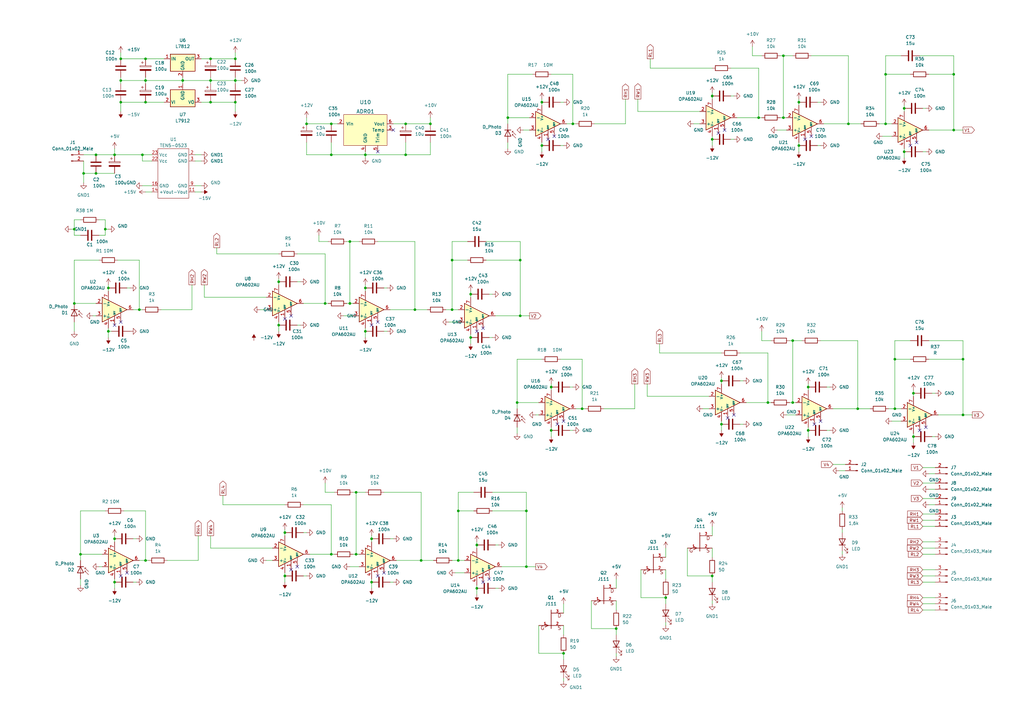
<source format=kicad_sch>
(kicad_sch (version 20211123) (generator eeschema)
  (paper "A3")
  (title_block (title "opticalAbsorptionMeasurement") (date "2022-11-17") (rev "1.0"))
  (junction (at 135.89 50.8))
  (junction (at 46.99 63.5))
  (junction (at 367.03 147.32))
  (junction (at 331.47 176.53))
  (junction (at 59.69 33.02))
  (junction (at 252.73 257.81))
  (junction (at 74.93 33.02))
  (junction (at 149.86 135.89))
  (junction (at 292.1 236.22))
  (junction (at 195.58 223.52))
  (junction (at 30.48 124.46))
  (junction (at 327.66 59.69))
  (junction (at 146.05 227.33))
  (junction (at 86.36 33.02))
  (junction (at 314.96 165.1))
  (junction (at 193.04 120.65))
  (junction (at 143.51 99.06))
  (junction (at 234.95 50.8))
  (junction (at 331.47 158.75))
  (junction (at 222.25 41.91))
  (junction (at 114.3 133.35))
  (junction (at 215.9 209.55))
  (junction (at 187.96 209.55))
  (junction (at 193.04 138.43))
  (junction (at 311.15 48.26))
  (junction (at 30.48 93.98))
  (junction (at 231.14 267.97))
  (junction (at 49.53 24.13))
  (junction (at 116.84 236.22))
  (junction (at 327.66 41.91))
  (junction (at 176.53 50.8))
  (junction (at 57.15 127))
  (junction (at 86.36 24.13))
  (junction (at 49.53 41.91))
  (junction (at 59.69 229.87))
  (junction (at 374.65 161.29))
  (junction (at 185.42 106.68))
  (junction (at 215.9 232.41))
  (junction (at 213.36 106.68))
  (junction (at 39.37 63.5))
  (junction (at 185.42 127))
  (junction (at 321.31 48.26))
  (junction (at 292.1 39.37))
  (junction (at 367.03 167.64))
  (junction (at 391.16 30.48))
  (junction (at 58.42 63.5))
  (junction (at 59.69 41.91))
  (junction (at 135.89 63.5))
  (junction (at 374.65 179.07))
  (junction (at 213.36 129.54))
  (junction (at 49.53 33.02))
  (junction (at 96.52 33.02))
  (junction (at 325.12 165.1))
  (junction (at 226.06 176.53))
  (junction (at 46.99 238.76))
  (junction (at 116.84 218.44))
  (junction (at 46.99 220.98))
  (junction (at 133.35 124.46))
  (junction (at 363.22 30.48))
  (junction (at 59.69 24.13))
  (junction (at 96.52 41.91))
  (junction (at 222.25 59.69))
  (junction (at 325.12 139.7))
  (junction (at 273.05 245.11))
  (junction (at 370.84 62.23))
  (junction (at 125.73 50.8))
  (junction (at 44.45 118.11))
  (junction (at 195.58 241.3))
  (junction (at 292.1 57.15))
  (junction (at 149.86 118.11))
  (junction (at 347.98 50.8))
  (junction (at 43.18 93.98))
  (junction (at 295.91 173.99))
  (junction (at 321.31 22.86))
  (junction (at 166.37 50.8))
  (junction (at 114.3 115.57))
  (junction (at 135.89 227.33))
  (junction (at 44.45 135.89))
  (junction (at 33.02 227.33))
  (junction (at 152.4 220.98))
  (junction (at 96.52 24.13))
  (junction (at 39.37 71.12))
  (junction (at 351.79 167.64))
  (junction (at 170.18 127))
  (junction (at 212.09 165.1))
  (junction (at 391.16 53.34))
  (junction (at 363.22 50.8))
  (junction (at 146.05 201.93))
  (junction (at 34.29 71.12))
  (junction (at 187.96 229.87))
  (junction (at 86.36 41.91))
  (junction (at 295.91 156.21))
  (junction (at 208.28 48.26))
  (junction (at 149.86 63.5))
  (junction (at 394.97 147.32))
  (junction (at 238.76 167.64))
  (junction (at 394.97 170.18))
  (junction (at 226.06 158.75))
  (junction (at 143.51 124.46))
  (junction (at 152.4 238.76))
  (junction (at 172.72 229.87))
  (junction (at 166.37 63.5))
  (junction (at 370.84 44.45))
  (no_connect (at 300.99 170.18))
  (no_connect (at 46.99 133.35))
  (no_connect (at 231.14 172.72))
  (no_connect (at 161.29 53.34))
  (no_connect (at 121.92 232.41))
  (no_connect (at 373.38 59.69))
  (no_connect (at 297.18 53.34))
  (no_connect (at 154.94 236.22))
  (no_connect (at 377.19 176.53))
  (no_connect (at 330.2 57.15))
  (no_connect (at 332.74 55.88))
  (no_connect (at 154.94 62.23))
  (no_connect (at 49.53 236.22))
  (no_connect (at 152.4 133.35))
  (no_connect (at 294.64 54.61))
  (no_connect (at 228.6 173.99))
  (no_connect (at 119.38 129.54))
  (no_connect (at 198.12 238.76))
  (no_connect (at 336.55 172.72))
  (no_connect (at 375.92 58.42))
  (no_connect (at 334.01 173.99))
  (no_connect (at 116.84 130.81))
  (no_connect (at 200.66 237.49))
  (no_connect (at 227.33 55.88))
  (no_connect (at 52.07 234.95))
  (no_connect (at 157.48 234.95))
  (no_connect (at 224.79 57.15))
  (no_connect (at 154.94 132.08))
  (no_connect (at 198.12 134.62))
  (no_connect (at 195.58 135.89))
  (no_connect (at 379.73 175.26))
  (no_connect (at 49.53 132.08))
  (no_connect (at 119.38 233.68))
  (no_connect (at 298.45 171.45))
  (wire (pts (xy 62.23 66.04) (xy 58.42 66.04)))
  (wire (pts (xy 96.52 31.75) (xy 96.52 33.02)))
  (wire (pts (xy 170.18 127) (xy 175.26 127)))
  (wire (pts (xy 336.55 41.91) (xy 335.28 41.91)))
  (wire (pts (xy 351.79 167.64) (xy 356.87 167.64)))
  (wire (pts (xy 226.06 175.26) (xy 226.06 176.53)))
  (wire (pts (xy 193.04 119.38) (xy 193.04 120.65)))
  (wire (pts (xy 187.96 229.87) (xy 190.5 229.87)))
  (wire (pts (xy 394.97 139.7) (xy 394.97 147.32)))
  (wire (pts (xy 205.74 232.41) (xy 215.9 232.41)))
  (wire (pts (xy 345.44 208.28) (xy 345.44 209.55)))
  (wire (pts (xy 195.58 222.25) (xy 195.58 223.52)))
  (wire (pts (xy 114.3 114.3) (xy 114.3 115.57)))
  (wire (pts (xy 46.99 219.71) (xy 46.99 220.98)))
  (wire (pts (xy 391.16 53.34) (xy 391.16 30.48)))
  (wire (pts (xy 373.38 139.7) (xy 367.03 139.7)))
  (wire (pts (xy 146.05 227.33) (xy 147.32 227.33)))
  (wire (pts (xy 312.42 22.86) (xy 308.61 22.86)))
  (wire (pts (xy 30.48 90.17) (xy 30.48 93.98)))
  (wire (pts (xy 215.9 209.55) (xy 201.93 209.55)))
  (wire (pts (xy 311.15 48.26) (xy 311.15 27.94)))
  (wire (pts (xy 284.48 50.8) (xy 287.02 50.8)))
  (wire (pts (xy 184.15 132.08) (xy 187.96 132.08)))
  (wire (pts (xy 378.46 215.9) (xy 383.54 215.9)))
  (wire (pts (xy 340.36 176.53) (xy 339.09 176.53)))
  (wire (pts (xy 213.36 129.54) (xy 217.17 129.54)))
  (wire (pts (xy 344.17 193.04) (xy 346.71 193.04)))
  (wire (pts (xy 58.42 76.2) (xy 62.23 76.2)))
  (wire (pts (xy 203.2 129.54) (xy 213.36 129.54)))
  (wire (pts (xy 53.34 118.11) (xy 52.07 118.11)))
  (wire (pts (xy 152.4 220.98) (xy 152.4 222.25)))
  (wire (pts (xy 292.1 39.37) (xy 292.1 40.64)))
  (wire (pts (xy 260.35 157.48) (xy 260.35 167.64)))
  (wire (pts (xy 363.22 50.8) (xy 365.76 50.8)))
  (wire (pts (xy 252.73 267.97) (xy 252.73 269.24)))
  (wire (pts (xy 74.93 33.02) (xy 86.36 33.02)))
  (wire (pts (xy 295.91 154.94) (xy 295.91 156.21)))
  (wire (pts (xy 59.69 33.02) (xy 74.93 33.02)))
  (wire (pts (xy 34.29 71.12) (xy 34.29 74.93)))
  (wire (pts (xy 33.02 237.49) (xy 33.02 240.03)))
  (wire (pts (xy 143.51 232.41) (xy 147.32 232.41)))
  (wire (pts (xy 40.64 96.52) (xy 43.18 96.52)))
  (wire (pts (xy 378.46 236.22) (xy 383.54 236.22)))
  (wire (pts (xy 341.63 190.5) (xy 346.71 190.5)))
  (wire (pts (xy 123.19 133.35) (xy 121.92 133.35)))
  (wire (pts (xy 34.29 63.5) (xy 39.37 63.5)))
  (wire (pts (xy 125.73 48.26) (xy 125.73 50.8)))
  (wire (pts (xy 33.02 227.33) (xy 33.02 229.87)))
  (wire (pts (xy 331.47 158.75) (xy 331.47 160.02)))
  (wire (pts (xy 59.69 209.55) (xy 59.69 229.87)))
  (wire (pts (xy 345.44 226.06) (xy 345.44 227.33)))
  (wire (pts (xy 146.05 201.93) (xy 146.05 227.33)))
  (wire (pts (xy 40.64 106.68) (xy 30.48 106.68)))
  (wire (pts (xy 185.42 99.06) (xy 185.42 106.68)))
  (wire (pts (xy 74.93 33.02) (xy 74.93 34.29)))
  (wire (pts (xy 33.02 209.55) (xy 33.02 227.33)))
  (wire (pts (xy 367.03 147.32) (xy 367.03 167.64)))
  (wire (pts (xy 292.1 55.88) (xy 292.1 57.15)))
  (wire (pts (xy 367.03 167.64) (xy 369.57 167.64)))
  (wire (pts (xy 215.9 201.93) (xy 215.9 209.55)))
  (wire (pts (xy 46.99 237.49) (xy 46.99 238.76)))
  (wire (pts (xy 193.04 138.43) (xy 193.04 140.97)))
  (wire (pts (xy 327.66 59.69) (xy 327.66 62.23)))
  (wire (pts (xy 204.47 241.3) (xy 203.2 241.3)))
  (wire (pts (xy 295.91 173.99) (xy 295.91 176.53)))
  (wire (pts (xy 215.9 232.41) (xy 215.9 209.55)))
  (wire (pts (xy 81.28 219.71) (xy 81.28 229.87)))
  (wire (pts (xy 166.37 50.8) (xy 176.53 50.8)))
  (wire (pts (xy 162.56 229.87) (xy 172.72 229.87)))
  (wire (pts (xy 49.53 33.02) (xy 59.69 33.02)))
  (wire (pts (xy 194.31 201.93) (xy 187.96 201.93)))
  (wire (pts (xy 234.95 30.48) (xy 234.95 50.8)))
  (wire (pts (xy 143.51 99.06) (xy 143.51 124.46)))
  (wire (pts (xy 367.03 139.7) (xy 367.03 147.32)))
  (wire (pts (xy 33.02 227.33) (xy 41.91 227.33)))
  (wire (pts (xy 212.09 165.1) (xy 212.09 167.64)))
  (wire (pts (xy 43.18 209.55) (xy 33.02 209.55)))
  (wire (pts (xy 86.36 219.71) (xy 86.36 224.79)))
  (wire (pts (xy 59.69 24.13) (xy 67.31 24.13)))
  (wire (pts (xy 273.05 245.11) (xy 262.89 245.11)))
  (wire (pts (xy 82.55 41.91) (xy 86.36 41.91)))
  (wire (pts (xy 316.23 139.7) (xy 312.42 139.7)))
  (wire (pts (xy 381 53.34) (xy 391.16 53.34)))
  (wire (pts (xy 55.88 220.98) (xy 54.61 220.98)))
  (wire (pts (xy 59.69 229.87) (xy 57.15 229.87)))
  (wire (pts (xy 34.29 71.12) (xy 39.37 71.12)))
  (wire (pts (xy 49.53 24.13) (xy 59.69 24.13)))
  (wire (pts (xy 49.53 41.91) (xy 59.69 41.91)))
  (wire (pts (xy 332.74 22.86) (xy 347.98 22.86)))
  (wire (pts (xy 374.65 177.8) (xy 374.65 179.07)))
  (wire (pts (xy 311.15 27.94) (xy 299.72 27.94)))
  (wire (pts (xy 30.48 106.68) (xy 30.48 124.46)))
  (wire (pts (xy 212.09 147.32) (xy 212.09 165.1)))
  (wire (pts (xy 336.55 139.7) (xy 351.79 139.7)))
  (wire (pts (xy 347.98 50.8) (xy 353.06 50.8)))
  (wire (pts (xy 58.42 63.5) (xy 58.42 66.04)))
  (wire (pts (xy 222.25 147.32) (xy 212.09 147.32)))
  (wire (pts (xy 378.46 213.36) (xy 383.54 213.36)))
  (wire (pts (xy 363.22 22.86) (xy 363.22 30.48)))
  (wire (pts (xy 243.84 50.8) (xy 256.54 50.8)))
  (wire (pts (xy 369.57 22.86) (xy 363.22 22.86)))
  (wire (pts (xy 360.68 50.8) (xy 363.22 50.8)))
  (wire (pts (xy 125.73 63.5) (xy 135.89 63.5)))
  (wire (pts (xy 261.62 40.64) (xy 261.62 45.72)))
  (wire (pts (xy 86.36 33.02) (xy 86.36 34.29)))
  (wire (pts (xy 373.38 30.48) (xy 363.22 30.48)))
  (wire (pts (xy 234.95 50.8) (xy 232.41 50.8)))
  (wire (pts (xy 304.8 173.99) (xy 303.53 173.99)))
  (wire (pts (xy 58.42 63.5) (xy 62.23 63.5)))
  (wire (pts (xy 306.07 165.1) (xy 314.96 165.1)))
  (wire (pts (xy 226.06 158.75) (xy 226.06 160.02)))
  (wire (pts (xy 185.42 127) (xy 187.96 127)))
  (wire (pts (xy 111.76 224.79) (xy 86.36 224.79)))
  (wire (pts (xy 109.22 229.87) (xy 111.76 229.87)))
  (wire (pts (xy 114.3 133.35) (xy 114.3 135.89)))
  (wire (pts (xy 378.46 210.82) (xy 383.54 210.82)))
  (wire (pts (xy 341.63 167.64) (xy 351.79 167.64)))
  (wire (pts (xy 226.06 30.48) (xy 234.95 30.48)))
  (wire (pts (xy 185.42 229.87) (xy 187.96 229.87)))
  (wire (pts (xy 125.73 50.8) (xy 135.89 50.8)))
  (wire (pts (xy 328.93 139.7) (xy 325.12 139.7)))
  (wire (pts (xy 201.93 201.93) (xy 215.9 201.93)))
  (wire (pts (xy 383.54 161.29) (xy 382.27 161.29)))
  (wire (pts (xy 46.99 63.5) (xy 58.42 63.5)))
  (wire (pts (xy 116.84 234.95) (xy 116.84 236.22)))
  (wire (pts (xy 381 207.01) (xy 383.54 207.01)))
  (wire (pts (xy 57.15 127) (xy 54.61 127)))
  (wire (pts (xy 383.54 179.07) (xy 382.27 179.07)))
  (wire (pts (xy 238.76 167.64) (xy 240.03 167.64)))
  (wire (pts (xy 292.1 38.1) (xy 292.1 39.37)))
  (wire (pts (xy 158.75 118.11) (xy 157.48 118.11)))
  (wire (pts (xy 185.42 106.68) (xy 185.42 127)))
  (wire (pts (xy 318.77 53.34) (xy 322.58 53.34)))
  (wire (pts (xy 88.9 101.6) (xy 88.9 104.14)))
  (wire (pts (xy 133.35 124.46) (xy 134.62 124.46)))
  (wire (pts (xy 208.28 30.48) (xy 208.28 48.26)))
  (wire (pts (xy 266.7 24.13) (xy 266.7 27.94)))
  (wire (pts (xy 49.53 21.59) (xy 49.53 24.13)))
  (wire (pts (xy 30.48 96.52) (xy 33.02 96.52)))
  (wire (pts (xy 166.37 63.5) (xy 166.37 58.42)))
  (wire (pts (xy 378.46 250.19) (xy 383.54 250.19)))
  (wire (pts (xy 172.72 229.87) (xy 177.8 229.87)))
  (wire (pts (xy 125.73 58.42) (xy 125.73 63.5)))
  (wire (pts (xy 187.96 209.55) (xy 187.96 229.87)))
  (wire (pts (xy 304.8 156.21) (xy 303.53 156.21)))
  (wire (pts (xy 161.29 238.76) (xy 160.02 238.76)))
  (wire (pts (xy 378.46 191.77) (xy 383.54 191.77)))
  (wire (pts (xy 229.87 147.32) (xy 238.76 147.32)))
  (wire (pts (xy 300.99 39.37) (xy 299.72 39.37)))
  (wire (pts (xy 222.25 41.91) (xy 222.25 43.18)))
  (wire (pts (xy 288.29 167.64) (xy 290.83 167.64)))
  (wire (pts (xy 340.36 158.75) (xy 339.09 158.75)))
  (wire (pts (xy 273.05 224.79) (xy 273.05 228.6)))
  (wire (pts (xy 127 227.33) (xy 135.89 227.33)))
  (wire (pts (xy 262.89 245.11) (xy 262.89 233.68)))
  (wire (pts (xy 80.01 66.04) (xy 82.55 66.04)))
  (wire (pts (xy 231.14 267.97) (xy 231.14 270.51)))
  (wire (pts (xy 166.37 63.5) (xy 176.53 63.5)))
  (wire (pts (xy 327.66 40.64) (xy 327.66 41.91)))
  (wire (pts (xy 135.89 227.33) (xy 135.89 207.01)))
  (wire (pts (xy 213.36 99.06) (xy 213.36 106.68)))
  (wire (pts (xy 109.22 121.92) (xy 83.82 121.92)))
  (wire (pts (xy 114.3 132.08) (xy 114.3 133.35)))
  (wire (pts (xy 314.96 165.1) (xy 314.96 144.78)))
  (wire (pts (xy 152.4 238.76) (xy 152.4 241.3)))
  (wire (pts (xy 347.98 22.86) (xy 347.98 50.8)))
  (wire (pts (xy 238.76 167.64) (xy 236.22 167.64)))
  (wire (pts (xy 195.58 241.3) (xy 195.58 243.84)))
  (wire (pts (xy 68.58 229.87) (xy 81.28 229.87)))
  (wire (pts (xy 158.75 135.89) (xy 157.48 135.89)))
  (wire (pts (xy 325.12 22.86) (xy 321.31 22.86)))
  (wire (pts (xy 96.52 33.02) (xy 99.06 33.02)))
  (wire (pts (xy 378.46 224.79) (xy 383.54 224.79)))
  (wire (pts (xy 337.82 50.8) (xy 347.98 50.8)))
  (wire (pts (xy 194.31 209.55) (xy 187.96 209.55)))
  (wire (pts (xy 331.47 176.53) (xy 331.47 179.07)))
  (wire (pts (xy 214.63 53.34) (xy 217.17 53.34)))
  (wire (pts (xy 59.69 31.75) (xy 59.69 33.02)))
  (wire (pts (xy 160.02 127) (xy 170.18 127)))
  (wire (pts (xy 331.47 175.26) (xy 331.47 176.53)))
  (wire (pts (xy 147.32 99.06) (xy 143.51 99.06)))
  (wire (pts (xy 379.73 62.23) (xy 378.46 62.23)))
  (wire (pts (xy 157.48 201.93) (xy 172.72 201.93)))
  (wire (pts (xy 30.48 124.46) (xy 39.37 124.46)))
  (wire (pts (xy 124.46 124.46) (xy 133.35 124.46)))
  (wire (pts (xy 370.84 44.45) (xy 370.84 45.72)))
  (wire (pts (xy 391.16 30.48) (xy 381 30.48)))
  (wire (pts (xy 384.81 170.18) (xy 394.97 170.18)))
  (wire (pts (xy 364.49 167.64) (xy 367.03 167.64)))
  (wire (pts (xy 391.16 53.34) (xy 394.97 53.34)))
  (wire (pts (xy 193.04 120.65) (xy 193.04 121.92)))
  (wire (pts (xy 320.04 22.86) (xy 321.31 22.86)))
  (wire (pts (xy 195.58 240.03) (xy 195.58 241.3)))
  (wire (pts (xy 308.61 22.86) (xy 308.61 19.05)))
  (wire (pts (xy 40.64 232.41) (xy 41.91 232.41)))
  (wire (pts (xy 50.8 209.55) (xy 59.69 209.55)))
  (wire (pts (xy 116.84 236.22) (xy 116.84 238.76)))
  (wire (pts (xy 365.76 172.72) (xy 369.57 172.72)))
  (wire (pts (xy 379.73 44.45) (xy 378.46 44.45)))
  (wire (pts (xy 187.96 201.93) (xy 187.96 209.55)))
  (wire (pts (xy 142.24 99.06) (xy 143.51 99.06)))
  (wire (pts (xy 327.66 41.91) (xy 327.66 43.18)))
  (wire (pts (xy 292.1 236.22) (xy 281.94 236.22)))
  (wire (pts (xy 378.46 204.47) (xy 383.54 204.47)))
  (wire (pts (xy 199.39 99.06) (xy 213.36 99.06)))
  (wire (pts (xy 287.02 45.72) (xy 261.62 45.72)))
  (wire (pts (xy 391.16 22.86) (xy 391.16 30.48)))
  (wire (pts (xy 125.73 218.44) (xy 124.46 218.44)))
  (wire (pts (xy 204.47 223.52) (xy 203.2 223.52)))
  (wire (pts (xy 321.31 22.86) (xy 321.31 48.26)))
  (wire (pts (xy 38.1 129.54) (xy 39.37 129.54)))
  (wire (pts (xy 46.99 238.76) (xy 46.99 241.3)))
  (wire (pts (xy 191.77 99.06) (xy 185.42 99.06)))
  (wire (pts (xy 29.21 93.98) (xy 30.48 93.98)))
  (wire (pts (xy 265.43 157.48) (xy 265.43 162.56)))
  (wire (pts (xy 323.85 139.7) (xy 325.12 139.7)))
  (wire (pts (xy 116.84 218.44) (xy 116.84 219.71)))
  (wire (pts (xy 154.94 99.06) (xy 170.18 99.06)))
  (wire (pts (xy 270.51 140.97) (xy 270.51 144.78)))
  (wire (pts (xy 30.48 93.98) (xy 30.48 96.52)))
  (wire (pts (xy 149.86 63.5) (xy 149.86 64.77)))
  (wire (pts (xy 86.36 41.91) (xy 96.52 41.91)))
  (wire (pts (xy 378.46 227.33) (xy 383.54 227.33)))
  (wire (pts (xy 46.99 60.96) (xy 46.99 63.5)))
  (wire (pts (xy 256.54 40.64) (xy 256.54 50.8)))
  (wire (pts (xy 143.51 124.46) (xy 144.78 124.46)))
  (wire (pts (xy 45.72 135.89) (xy 44.45 135.89)))
  (wire (pts (xy 292.1 246.38) (xy 292.1 247.65)))
  (wire (pts (xy 48.26 106.68) (xy 57.15 106.68)))
  (wire (pts (xy 321.31 48.26) (xy 322.58 48.26)))
  (wire (pts (xy 149.86 118.11) (xy 149.86 119.38)))
  (wire (pts (xy 40.64 90.17) (xy 43.18 90.17)))
  (wire (pts (xy 152.4 219.71) (xy 152.4 220.98)))
  (wire (pts (xy 135.89 227.33) (xy 137.16 227.33)))
  (wire (pts (xy 161.29 50.8) (xy 166.37 50.8)))
  (wire (pts (xy 44.45 116.84) (xy 44.45 118.11)))
  (wire (pts (xy 106.68 127) (xy 109.22 127)))
  (wire (pts (xy 82.55 24.13) (xy 86.36 24.13)))
  (wire (pts (xy 133.35 198.12) (xy 133.35 201.93)))
  (wire (pts (xy 135.89 50.8) (xy 138.43 50.8)))
  (wire (pts (xy 361.95 55.88) (xy 365.76 55.88)))
  (wire (pts (xy 345.44 217.17) (xy 345.44 218.44)))
  (wire (pts (xy 142.24 124.46) (xy 143.51 124.46)))
  (wire (pts (xy 39.37 71.12) (xy 46.99 71.12)))
  (wire (pts (xy 170.18 99.06) (xy 170.18 127)))
  (wire (pts (xy 295.91 144.78) (xy 270.51 144.78)))
  (wire (pts (xy 201.93 138.43) (xy 200.66 138.43)))
  (wire (pts (xy 234.95 176.53) (xy 233.68 176.53)))
  (wire (pts (xy 222.25 58.42) (xy 222.25 59.69)))
  (wire (pts (xy 351.79 139.7) (xy 351.79 167.64)))
  (wire (pts (xy 292.1 236.22) (xy 292.1 238.76)))
  (wire (pts (xy 226.06 176.53) (xy 226.06 179.07)))
  (wire (pts (xy 182.88 127) (xy 185.42 127)))
  (wire (pts (xy 381 139.7) (xy 394.97 139.7)))
  (wire (pts (xy 290.83 162.56) (xy 265.43 162.56)))
  (wire (pts (xy 116.84 207.01) (xy 91.44 207.01)))
  (wire (pts (xy 208.28 58.42) (xy 208.28 60.96)))
  (wire (pts (xy 378.46 222.25) (xy 383.54 222.25)))
  (wire (pts (xy 86.36 33.02) (xy 96.52 33.02)))
  (wire (pts (xy 125.73 236.22) (xy 124.46 236.22)))
  (wire (pts (xy 161.29 220.98) (xy 160.02 220.98)))
  (wire (pts (xy 377.19 22.86) (xy 391.16 22.86)))
  (wire (pts (xy 33.02 90.17) (xy 30.48 90.17)))
  (wire (pts (xy 176.53 48.26) (xy 176.53 50.8)))
  (wire (pts (xy 208.28 48.26) (xy 208.28 50.8)))
  (wire (pts (xy 34.29 66.04) (xy 34.29 71.12)))
  (wire (pts (xy 59.69 229.87) (xy 60.96 229.87)))
  (wire (pts (xy 325.12 165.1) (xy 326.39 165.1)))
  (wire (pts (xy 130.81 96.52) (xy 130.81 99.06)))
  (wire (pts (xy 39.37 63.5) (xy 46.99 63.5)))
  (wire (pts (xy 114.3 104.14) (xy 88.9 104.14)))
  (wire (pts (xy 378.46 247.65) (xy 383.54 247.65)))
  (wire (pts (xy 252.73 257.81) (xy 242.57 257.81)))
  (wire (pts (xy 238.76 147.32) (xy 238.76 167.64)))
  (wire (pts (xy 322.58 170.18) (xy 326.39 170.18)))
  (wire (pts (xy 252.73 257.81) (xy 252.73 260.35)))
  (wire (pts (xy 133.35 124.46) (xy 133.35 104.14)))
  (wire (pts (xy 116.84 217.17) (xy 116.84 218.44)))
  (wire (pts (xy 292.1 224.79) (xy 292.1 228.6)))
  (wire (pts (xy 281.94 236.22) (xy 281.94 224.79)))
  (wire (pts (xy 213.36 129.54) (xy 213.36 106.68)))
  (wire (pts (xy 80.01 76.2) (xy 82.55 76.2)))
  (wire (pts (xy 55.88 238.76) (xy 54.61 238.76)))
  (wire (pts (xy 311.15 48.26) (xy 312.42 48.26)))
  (wire (pts (xy 66.04 127) (xy 78.74 127)))
  (wire (pts (xy 213.36 106.68) (xy 199.39 106.68)))
  (wire (pts (xy 172.72 201.93) (xy 172.72 229.87)))
  (wire (pts (xy 378.46 245.11) (xy 383.54 245.11)))
  (wire (pts (xy 374.65 179.07) (xy 374.65 181.61)))
  (wire (pts (xy 295.91 172.72) (xy 295.91 173.99)))
  (wire (pts (xy 215.9 232.41) (xy 219.71 232.41)))
  (wire (pts (xy 86.36 31.75) (xy 86.36 33.02)))
  (wire (pts (xy 49.53 33.02) (xy 49.53 34.29)))
  (wire (pts (xy 231.14 41.91) (xy 229.87 41.91)))
  (wire (pts (xy 231.14 247.65) (xy 231.14 251.46)))
  (wire (pts (xy 144.78 201.93) (xy 146.05 201.93)))
  (wire (pts (xy 320.04 48.26) (xy 321.31 48.26)))
  (wire (pts (xy 74.93 31.75) (xy 74.93 33.02)))
  (wire (pts (xy 186.69 234.95) (xy 190.5 234.95)))
  (wire (pts (xy 149.86 135.89) (xy 149.86 138.43)))
  (wire (pts (xy 292.1 57.15) (xy 292.1 59.69)))
  (wire (pts (xy 231.14 278.13) (xy 231.14 279.4)))
  (wire (pts (xy 247.65 167.64) (xy 260.35 167.64)))
  (wire (pts (xy 149.86 63.5) (xy 166.37 63.5)))
  (wire (pts (xy 193.04 137.16) (xy 193.04 138.43)))
  (wire (pts (xy 149.86 116.84) (xy 149.86 118.11)))
  (wire (pts (xy 314.96 165.1) (xy 316.23 165.1)))
  (wire (pts (xy 373.38 147.32) (xy 367.03 147.32)))
  (wire (pts (xy 381 194.31) (xy 383.54 194.31)))
  (wire (pts (xy 394.97 170.18) (xy 398.78 170.18)))
  (wire (pts (xy 201.93 120.65) (xy 200.66 120.65)))
  (wire (pts (xy 149.86 62.23) (xy 149.86 63.5)))
  (wire (pts (xy 140.97 129.54) (xy 144.78 129.54)))
  (wire (pts (xy 234.95 158.75) (xy 233.68 158.75)))
  (wire (pts (xy 327.66 58.42) (xy 327.66 59.69)))
  (wire (pts (xy 325.12 139.7) (xy 325.12 165.1)))
  (wire (pts (xy 378.46 233.68) (xy 383.54 233.68)))
  (wire (pts (xy 59.69 33.02) (xy 59.69 34.29)))
  (wire (pts (xy 49.53 31.75) (xy 49.53 33.02)))
  (wire (pts (xy 370.84 60.96) (xy 370.84 62.23)))
  (wire (pts (xy 133.35 104.14) (xy 121.92 104.14)))
  (wire (pts (xy 273.05 233.68) (xy 273.05 237.49)))
  (wire (pts (xy 144.78 227.33) (xy 146.05 227.33)))
  (wire (pts (xy 83.82 116.84) (xy 83.82 121.92)))
  (wire (pts (xy 191.77 106.68) (xy 185.42 106.68)))
  (wire (pts (xy 212.09 175.26) (xy 212.09 177.8)))
  (wire (pts (xy 220.98 267.97) (xy 220.98 256.54)))
  (wire (pts (xy 394.97 170.18) (xy 394.97 147.32)))
  (wire (pts (xy 135.89 63.5) (xy 149.86 63.5)))
  (wire (pts (xy 219.71 170.18) (xy 220.98 170.18)))
  (wire (pts (xy 96.52 21.59) (xy 96.52 24.13)))
  (wire (pts (xy 78.74 116.84) (xy 78.74 127)))
  (wire (pts (xy 242.57 257.81) (xy 242.57 246.38)))
  (wire (pts (xy 49.53 41.91) (xy 49.53 45.72)))
  (wire (pts (xy 370.84 43.18) (xy 370.84 44.45)))
  (wire (pts (xy 80.01 78.74) (xy 82.55 78.74)))
  (wire (pts (xy 135.89 207.01) (xy 124.46 207.01)))
  (wire (pts (xy 336.55 59.69) (xy 335.28 59.69)))
  (wire (pts (xy 374.65 161.29) (xy 374.65 162.56)))
  (wire (pts (xy 252.73 246.38) (xy 252.73 250.19)))
  (wire (pts (xy 302.26 48.26) (xy 311.15 48.26)))
  (wire (pts (xy 137.16 201.93) (xy 133.35 201.93)))
  (wire (pts (xy 218.44 30.48) (xy 208.28 30.48)))
  (wire (pts (xy 149.86 201.93) (xy 146.05 201.93)))
  (wire (pts (xy 370.84 62.23) (xy 370.84 64.77)))
  (wire (pts (xy 295.91 156.21) (xy 295.91 157.48)))
  (wire (pts (xy 363.22 30.48) (xy 363.22 50.8)))
  (wire (pts (xy 80.01 63.5) (xy 82.55 63.5)))
  (wire (pts (xy 234.95 50.8) (xy 236.22 50.8)))
  (wire (pts (xy 331.47 157.48) (xy 331.47 158.75)))
  (wire (pts (xy 57.15 127) (xy 58.42 127)))
  (wire (pts (xy 30.48 132.08) (xy 30.48 135.89)))
  (wire (pts (xy 273.05 245.11) (xy 273.05 247.65)))
  (wire (pts (xy 273.05 255.27) (xy 273.05 256.54)))
  (wire (pts (xy 378.46 238.76) (xy 383.54 238.76)))
  (wire (pts (xy 300.99 57.15) (xy 299.72 57.15)))
  (wire (pts (xy 394.97 147.32) (xy 381 147.32)))
  (wire (pts (xy 226.06 157.48) (xy 226.06 158.75)))
  (wire (pts (xy 43.18 93.98) (xy 43.18 90.17)))
  (wire (pts (xy 381 200.66) (xy 383.54 200.66)))
  (wire (pts (xy 96.52 33.02) (xy 96.52 34.29)))
  (wire (pts (xy 292.1 27.94) (xy 266.7 27.94)))
  (wire (pts (xy 59.69 41.91) (xy 67.31 41.91)))
  (wire (pts (xy 252.73 237.49) (xy 252.73 241.3)))
  (wire (pts (xy 46.99 220.98) (xy 46.99 222.25)))
  (wire (pts (xy 222.25 40.64) (xy 222.25 41.91)))
  (wire (pts (xy 123.19 115.57) (xy 121.92 115.57)))
  (wire (pts (xy 44.45 135.89) (xy 44.45 138.43)))
  (wire (pts (xy 195.58 223.52) (xy 195.58 224.79)))
  (wire (pts (xy 374.65 160.02) (xy 374.65 161.29)))
  (wire (pts (xy 222.25 59.69) (xy 222.25 62.23)))
  (wire (pts (xy 96.52 41.91) (xy 96.52 45.72)))
  (wire (pts (xy 44.45 118.11) (xy 44.45 119.38)))
  (wire (pts (xy 231.14 267.97) (xy 220.98 267.97)))
  (wire (pts (xy 208.28 48.26) (xy 217.17 48.26)))
  (wire (pts (xy 114.3 115.57) (xy 114.3 116.84)))
  (wire (pts (xy 152.4 237.49) (xy 152.4 238.76)))
  (wire (pts (xy 134.62 99.06) (xy 130.81 99.06)))
  (wire (pts (xy 231.14 256.54) (xy 231.14 260.35)))
  (wire (pts (xy 378.46 198.12) (xy 383.54 198.12)))
  (wire (pts (xy 59.69 78.74) (xy 62.23 78.74)))
  (wire (pts (xy 86.36 24.13) (xy 96.52 24.13)))
  (wire (pts (xy 323.85 165.1) (xy 325.12 165.1)))
  (wire (pts (xy 57.15 106.68) (xy 57.15 127)))
  (wire (pts (xy 135.89 58.42) (xy 135.89 63.5)))
  (wire (pts (xy 44.45 93.98) (xy 43.18 93.98)))
  (wire (pts (xy 176.53 63.5) (xy 176.53 58.42)))
  (wire (pts (xy 312.42 135.89) (xy 312.42 139.7)))
  (wire (pts (xy 314.96 144.78) (xy 303.53 144.78)))
  (wire (pts (xy 43.18 96.52) (xy 43.18 93.98)))
  (wire (pts (xy 212.09 165.1) (xy 220.98 165.1)))
  (wire (pts (xy 149.86 134.62) (xy 149.86 135.89)))
  (wire (pts (xy 91.44 203.2) (xy 91.44 207.01)))
  (wire (pts (xy 231.14 59.69) (xy 229.87 59.69)))
  (wire (pts (xy 44.45 134.62) (xy 44.45 135.89)))
  (wire (pts (xy 292.1 215.9) (xy 292.1 219.71)))
  (global_label "RL4" (shape input) (at 378.46 250.19 180) (property "Intersheet References" "${INTERSHEET_REFS}" (effects hide)))
  (global_label "RH1" (shape input) (at 378.46 210.82 180) (property "Intersheet References" "${INTERSHEET_REFS}" (effects hide)))
  (global_label "RW2" (shape output) (at 83.82 116.84 90) (property "Intersheet References" "${INTERSHEET_REFS}" (effects hide)))
  (global_label "RW1" (shape output) (at 261.62 40.64 90) (property "Intersheet References" "${INTERSHEET_REFS}" (effects hide)))
  (global_label "RW4" (shape output) (at 86.36 219.71 90) (property "Intersheet References" "${INTERSHEET_REFS}" (effects hide)))
  (global_label "RW3" (shape output) (at 265.43 157.48 90) (property "Intersheet References" "${INTERSHEET_REFS}" (effects hide)))
  (global_label "V4" (shape output) (at 219.71 232.41 0) (property "Intersheet References" "${INTERSHEET_REFS}" (effects hide)))
  (global_label "RH2" (shape input) (at 378.46 222.25 180) (property "Intersheet References" "${INTERSHEET_REFS}" (effects hide)))
  (global_label "RL1" (shape output) (at 266.7 24.13 90) (property "Intersheet References" "${INTERSHEET_REFS}" (effects hide)))
  (global_label "RL4" (shape output) (at 91.44 203.2 90) (property "Intersheet References" "${INTERSHEET_REFS}" (effects hide)))
  (global_label "RH4" (shape input) (at 378.46 245.11 180) (property "Intersheet References" "${INTERSHEET_REFS}" (effects hide)))
  (global_label "RH3" (shape input) (at 378.46 233.68 180) (property "Intersheet References" "${INTERSHEET_REFS}" (effects hide)))
  (global_label "RL3" (shape output) (at 270.51 140.97 90) (property "Intersheet References" "${INTERSHEET_REFS}" (effects hide)))
  (global_label "V2" (shape input) (at 378.46 198.12 180) (property "Intersheet References" "${INTERSHEET_REFS}" (effects hide)))
  (global_label "V3" (shape input) (at 378.46 204.47 180) (property "Intersheet References" "${INTERSHEET_REFS}" (effects hide)))
  (global_label "V1" (shape input) (at 378.46 191.77 180) (property "Intersheet References" "${INTERSHEET_REFS}" (effects hide)))
  (global_label "RL3" (shape input) (at 378.46 238.76 180) (property "Intersheet References" "${INTERSHEET_REFS}" (effects hide)))
  (global_label "RW4" (shape input) (at 378.46 247.65 180) (property "Intersheet References" "${INTERSHEET_REFS}" (effects hide)))
  (global_label "V4" (shape input) (at 341.63 190.5 180) (property "Intersheet References" "${INTERSHEET_REFS}" (effects hide)))
  (global_label "RW3" (shape input) (at 378.46 236.22 180) (property "Intersheet References" "${INTERSHEET_REFS}" (effects hide)))
  (global_label "RH1" (shape output) (at 256.54 40.64 90) (property "Intersheet References" "${INTERSHEET_REFS}" (effects hide)))
  (global_label "RH3" (shape output) (at 260.35 157.48 90) (property "Intersheet References" "${INTERSHEET_REFS}" (effects hide)))
  (global_label "V2" (shape output) (at 217.17 129.54 0) (property "Intersheet References" "${INTERSHEET_REFS}" (effects hide)))
  (global_label "RL1" (shape input) (at 378.46 215.9 180) (property "Intersheet References" "${INTERSHEET_REFS}" (effects hide)))
  (global_label "V1" (shape output) (at 394.97 53.34 0) (property "Intersheet References" "${INTERSHEET_REFS}" (effects hide)))
  (global_label "V3" (shape output) (at 398.78 170.18 0) (property "Intersheet References" "${INTERSHEET_REFS}" (effects hide)))
  (global_label "RL2" (shape output) (at 88.9 101.6 90) (property "Intersheet References" "${INTERSHEET_REFS}" (effects hide)))
  (global_label "RL2" (shape input) (at 378.46 227.33 180) (property "Intersheet References" "${INTERSHEET_REFS}" (effects hide)))
  (global_label "RW1" (shape input) (at 378.46 213.36 180) (property "Intersheet References" "${INTERSHEET_REFS}" (effects hide)))
  (global_label "RH2" (shape output) (at 78.74 116.84 90) (property "Intersheet References" "${INTERSHEET_REFS}" (effects hide)))
  (global_label "RH4" (shape output) (at 81.28 219.71 90) (property "Intersheet References" "${INTERSHEET_REFS}" (effects hide)))
  (global_label "RW2" (shape input) (at 378.46 224.79 180) (property "Intersheet References" "${INTERSHEET_REFS}" (effects hide)))
  (symbol (lib_id "Device:R") (at 179.07 127 90) (unit 1)
    (property "Reference" "R13" (at 179.07 120.65 90))
    (property "Value" "10k" (at 179.07 123.19 90))
    (property "Footprint" "Resistor_THT:R_Axial_DIN0207_L6.3mm_D2.5mm_P10.16mm_Horizontal" (effects hide))
  )
  (symbol (lib_id "power:+12V") (at 374.65 160.02 0) (unit 1)
    (property "Reference" "#PWR0138" (effects hide))
    (property "Value" "+12V" (at 374.65 154.94 0))
  )
  (symbol (lib_id "Device:R") (at 377.19 30.48 90) (unit 1)
    (property "Reference" "R36" (at 377.19 24.13 90))
    (property "Value" "10k" (at 377.19 26.67 90))
    (property "Footprint" "Resistor_THT:R_Axial_DIN0207_L6.3mm_D2.5mm_P10.16mm_Horizontal" (effects hide))
  )
  (symbol (lib_id "power:GND") (at 340.36 158.75 90) (unit 1)
    (property "Reference" "#PWR0130" (effects hide))
    (property "Value" "GND" (at 344.17 158.7499 90) (effects (justify right)))
  )
  (symbol (lib_id "Device:C") (at 226.06 59.69 90) (unit 1)
    (property "Reference" "C49" (at 231.14 53.34 90))
    (property "Value" "100n" (at 231.14 55.88 90))
    (property "Footprint" "Capacitor_THT:C_Rect_L7.2mm_W2.5mm_P5.00mm_FKS2_FKP2_MKS2_MKP2" (effects hide))
  )
  (symbol (lib_id "power:GND") (at 231.14 59.69 90) (unit 1)
    (property "Reference" "#PWR083" (effects hide))
    (property "Value" "GND" (at 234.95 59.6899 90) (effects (justify right)))
  )
  (symbol (lib_id "Device:D_Photo") (at 208.28 55.88 270) (unit 1)
    (property "Reference" "D3" (at 205.74 54.61 90) (effects (justify right)))
    (property "Value" "D_Photo" (at 205.74 52.07 90) (effects (justify right)))
    (property "Footprint" "OptoDevice:Osram_SFH205" (effects hide))
  )
  (symbol (lib_id "Device:C") (at 153.67 135.89 90) (unit 1)
    (property "Reference" "C37" (at 160.02 130.81 90))
    (property "Value" "100n" (at 160.02 133.35 90))
    (property "Footprint" "Capacitor_THT:C_Rect_L7.2mm_W2.5mm_P5.00mm_FKS2_FKP2_MKS2_MKP2" (effects hide))
  )
  (symbol (lib_id "Device:C") (at 199.39 241.3 90) (unit 1)
    (property "Reference" "C47" (at 204.47 234.95 90))
    (property "Value" "100n" (at 204.47 237.49 90))
    (property "Footprint" "Capacitor_THT:C_Rect_L7.2mm_W2.5mm_P5.00mm_FKS2_FKP2_MKS2_MKP2" (effects hide))
  )
  (symbol (lib_id "Connector:Conn_01x02_Male") (at 29.21 63.5 0) (unit 1)
    (property "Reference" "J1" (at 29.845 58.42 0))
    (property "Value" "Conn_01x02_Male" (at 29.845 60.96 0))
    (property "Footprint" "Connector_PinHeader_2.54mm:PinHeader_1x02_P2.54mm_Vertical" (effects hide))
  )
  (symbol (lib_id "power:-12V") (at 44.45 138.43 180) (unit 1)
    (property "Reference" "#PWR09" (effects hide))
    (property "Value" "-12V" (at 44.45 143.51 0))
  )
  (symbol (lib_id "power:GND") (at 149.86 64.77 0) (unit 1)
    (property "Reference" "#PWR056" (effects hide))
    (property "Value" "GND" (at 152.4 66.0399 0) (effects (justify left)))
  )
  (symbol (lib_id "J111:J111") (at 247.65 243.84 0) (unit 1)
    (property "Reference" "Q2" (at 247.5547 234.95 0))
    (property "Value" "J111" (at 247.5547 237.49 0))
    (property "Footprint" "J111:TO92" (effects hide))
  )
  (symbol (lib_id "power:GND") (at 304.8 173.99 90) (unit 1)
    (property "Reference" "#PWR0119" (effects hide))
    (property "Value" "GND" (at 308.61 173.9899 90) (effects (justify right)))
  )
  (symbol (lib_id "power:-12V") (at 193.04 140.97 180) (unit 1)
    (property "Reference" "#PWR067" (effects hide))
    (property "Value" "-12V" (at 193.04 146.05 0))
  )
  (symbol (lib_id "Device:C") (at 295.91 57.15 90) (unit 1)
    (property "Reference" "C66" (at 302.26 50.8 90))
    (property "Value" "100n" (at 302.26 53.34 90))
    (property "Footprint" "Capacitor_THT:C_Rect_L7.2mm_W2.5mm_P5.00mm_FKS2_FKP2_MKS2_MKP2" (effects hide))
  )
  (symbol (lib_id "Connector:Conn_01x03_Male") (at 388.62 213.36 180) (unit 1)
    (property "Reference" "J3" (at 389.89 212.0899 0) (effects (justify right)))
    (property "Value" "Conn_01x03_Male" (at 389.89 214.6299 0) (effects (justify right)))
    (property "Footprint" "Connector_PinHeader_2.54mm:PinHeader_1x03_P2.54mm_Vertical" (effects hide))
  )
  (symbol (lib_id "Amplifier_Operational_AKL:OPA602AU") (at 334.01 167.64 0) (unit 1)
    (property "Reference" "U22" (at 323.85 175.26 0))
    (property "Value" "OPA602AU" (at 323.85 177.8 0))
    (property "Footprint" "Package_SO_AKL:SO-8_3.9x4.9mm_P1.27mm" (effects hide))
    (property "Datasheet" "https://www.ti.com/lit/ds/symlink/opa602.pdf?ts=1635072161857&ref_url=https%253A%252F%252Fwww.google.com%252F#:~:text=The%20OPA602%20is%20a%20precision,bandwidth%20design%20minimizes%20dynamic%20errors." (effects hide))
  )
  (symbol (lib_id "Device:R") (at 345.44 213.36 180) (unit 1)
    (property "Reference" "R33" (at 347.98 212.0899 0) (effects (justify right)))
    (property "Value" "1,6k" (at 347.98 214.6299 0) (effects (justify right)))
    (property "Footprint" "Resistor_THT:R_Axial_DIN0207_L6.3mm_D2.5mm_P10.16mm_Horizontal" (effects hide))
  )
  (symbol (lib_id "power:GND1") (at 345.44 227.33 0) (unit 1)
    (property "Reference" "#PWR0101" (effects hide))
    (property "Value" "GND1" (at 345.44 232.41 0))
  )
  (symbol (lib_id "Amplifier_Operational_AKL:OPA602AU") (at 49.53 229.87 0) (unit 1)
    (property "Reference" "U3" (at 39.37 219.71 0))
    (property "Value" "OPA602AU" (at 39.37 222.25 0))
    (property "Footprint" "Package_SO_AKL:SO-8_3.9x4.9mm_P1.27mm" (effects hide))
    (property "Datasheet" "https://www.ti.com/lit/ds/symlink/opa602.pdf?ts=1635072161857&ref_url=https%253A%252F%252Fwww.google.com%252F#:~:text=The%20OPA602%20is%20a%20precision,bandwidth%20design%20minimizes%20dynamic%20errors." (effects hide))
  )
  (symbol (lib_id "power:+10V") (at 312.42 135.89 0) (unit 1)
    (property "Reference" "#PWR0121" (effects hide))
    (property "Value" "+10V" (at 312.42 130.81 0))
  )
  (symbol (lib_id "power:GND") (at 284.48 50.8 270) (unit 1)
    (property "Reference" "#PWR0106" (effects hide))
    (property "Value" "GND" (at 284.48 53.34 90) (effects (justify left)))
  )
  (symbol (lib_id "power:+12V") (at 226.06 157.48 0) (unit 1)
    (property "Reference" "#PWR080" (effects hide))
    (property "Value" "+12V" (at 226.06 152.4 0))
  )
  (symbol (lib_id "power:-12V") (at 152.4 241.3 180) (unit 1)
    (property "Reference" "#PWR058" (effects hide))
    (property "Value" "-12V" (at 152.4 246.38 0))
  )
  (symbol (lib_id "Device:C_Polarized") (at 59.69 38.1 0) (unit 1)
    (property "Reference" "C19" (at 63.5 35.9409 0) (effects (justify left)))
    (property "Value" "100u" (at 63.5 38.4809 0) (effects (justify left)))
    (property "Footprint" "Capacitor_THT:CP_Radial_D8.0mm_P5.00mm" (effects hide))
  )
  (symbol (lib_id "power:-12V") (at 96.52 45.72 180) (unit 1)
    (property "Reference" "#PWR039" (effects hide))
    (property "Value" "-12V" (at 96.52 50.8 0))
  )
  (symbol (lib_id "power:GND") (at 123.19 115.57 90) (unit 1)
    (property "Reference" "#PWR045" (effects hide))
    (property "Value" "GND" (at 127 115.5699 90) (effects (justify right)))
  )
  (symbol (lib_id "power:GND") (at 55.88 238.76 90) (unit 1)
    (property "Reference" "#PWR017" (effects hide))
    (property "Value" "GND" (at 59.69 238.7599 90) (effects (justify right)))
  )
  (symbol (lib_id "power:GND") (at 186.69 234.95 270) (unit 1)
    (property "Reference" "#PWR065" (effects hide))
    (property "Value" "GND" (at 179.07 234.95 90) (effects (justify left)))
  )
  (symbol (lib_id "power:GND") (at 383.54 161.29 90) (unit 1)
    (property "Reference" "#PWR0142" (effects hide))
    (property "Value" "GND" (at 387.35 161.2899 90) (effects (justify right)))
  )
  (symbol (lib_id "Device:C") (at 196.85 120.65 90) (unit 1)
    (property "Reference" "C43" (at 198.12 113.03 90))
    (property "Value" "100n" (at 198.12 115.57 90))
    (property "Footprint" "Capacitor_THT:C_Rect_L7.2mm_W2.5mm_P5.00mm_FKS2_FKP2_MKS2_MKP2" (effects hide))
  )
  (symbol (lib_id "power:-12V") (at 114.3 135.89 180) (unit 1)
    (property "Reference" "#PWR042" (effects hide))
    (property "Value" "-12V" (at 114.3 140.97 0))
  )
  (symbol (lib_id "Device:R") (at 44.45 106.68 90) (unit 1)
    (property "Reference" "R1" (at 40.64 102.87 90))
    (property "Value" "10M" (at 44.45 102.87 90))
    (property "Footprint" "Resistor_THT:R_Axial_DIN0207_L6.3mm_D2.5mm_P10.16mm_Horizontal" (effects hide))
  )
  (symbol (lib_id "Device:R") (at 360.68 167.64 90) (unit 1)
    (property "Reference" "R35" (at 360.68 161.29 90))
    (property "Value" "10k" (at 360.68 163.83 90))
    (property "Footprint" "Resistor_THT:R_Axial_DIN0207_L6.3mm_D2.5mm_P10.16mm_Horizontal" (effects hide))
  )
  (symbol (lib_id "Device:C") (at 36.83 96.52 90) (unit 1)
    (property "Reference" "C1" (at 36.83 100.33 90))
    (property "Value" "100n" (at 41.91 99.06 90))
    (property "Footprint" "Capacitor_THT:C_Rect_L7.2mm_W2.5mm_P5.00mm_FKS2_FKP2_MKS2_MKP2" (effects hide))
  )
  (symbol (lib_id "Amplifier_Operational_AKL:OPA602AU") (at 377.19 170.18 0) (unit 1)
    (property "Reference" "U24" (at 367.03 177.8 0))
    (property "Value" "OPA602AU" (at 367.03 180.34 0))
    (property "Footprint" "Package_SO_AKL:SO-8_3.9x4.9mm_P1.27mm" (effects hide))
    (property "Datasheet" "https://www.ti.com/lit/ds/symlink/opa602.pdf?ts=1635072161857&ref_url=https%253A%252F%252Fwww.google.com%252F#:~:text=The%20OPA602%20is%20a%20precision,bandwidth%20design%20minimizes%20dynamic%20errors." (effects hide))
  )
  (symbol (lib_id "Amplifier_Operational_AKL:OPA602AU") (at 294.64 48.26 0) (unit 1)
    (property "Reference" "U19" (at 283.21 38.1 0))
    (property "Value" "OPA602AU" (at 283.21 40.64 0))
    (property "Footprint" "Package_SO_AKL:SO-8_3.9x4.9mm_P1.27mm" (effects hide))
    (property "Datasheet" "https://www.ti.com/lit/ds/symlink/opa602.pdf?ts=1635072161857&ref_url=https%253A%252F%252Fwww.google.com%252F#:~:text=The%20OPA602%20is%20a%20precision,bandwidth%20design%20minimizes%20dynamic%20errors." (effects hide))
  )
  (symbol (lib_id "Device:C") (at 176.53 54.61 0) (unit 1)
    (property "Reference" "C41" (at 180.34 53.3399 0) (effects (justify left)))
    (property "Value" "100n" (at 180.34 55.8799 0) (effects (justify left)))
    (property "Footprint" "Capacitor_THT:C_Rect_L7.2mm_W2.5mm_P5.00mm_FKS2_FKP2_MKS2_MKP2" (effects hide))
  )
  (symbol (lib_id "power:GND1") (at 252.73 269.24 0) (unit 1)
    (property "Reference" "#PWR0103" (effects hide))
    (property "Value" "GND1" (at 252.73 274.32 0))
  )
  (symbol (lib_id "Device:R") (at 118.11 104.14 90) (unit 1)
    (property "Reference" "R5" (at 118.11 97.79 90))
    (property "Value" "1k" (at 118.11 100.33 90))
    (property "Footprint" "Resistor_THT:R_Axial_DIN0207_L6.3mm_D2.5mm_P10.16mm_Horizontal" (effects hide))
  )
  (symbol (lib_id "Device:C") (at 49.53 38.1 0) (unit 1)
    (property "Reference" "C13" (at 41.91 36.83 0) (effects (justify left)))
    (property "Value" "100n" (at 41.91 39.37 0) (effects (justify left)))
    (property "Footprint" "Capacitor_THT:C_Rect_L7.2mm_W2.5mm_P5.00mm_FKS2_FKP2_MKS2_MKP2" (effects hide))
  )
  (symbol (lib_id "power:GND") (at 383.54 179.07 90) (unit 1)
    (property "Reference" "#PWR0143" (effects hide))
    (property "Value" "GND" (at 387.35 179.0699 90) (effects (justify right)))
  )
  (symbol (lib_id "Device:R") (at 243.84 167.64 90) (unit 1)
    (property "Reference" "R21" (at 243.84 161.29 90))
    (property "Value" "1k" (at 243.84 163.83 90))
    (property "Footprint" "Resistor_THT:R_Axial_DIN0207_L6.3mm_D2.5mm_P10.16mm_Horizontal" (effects hide))
  )
  (symbol (lib_id "traco:TEN5-0523") (at 71.12 59.69 0) (unit 1)
    (property "Reference" "U1" (at 71.12 57.15 0))
    (property "Value" "TEN5-0523" (at 71.12 59.69 0))
    (property "Footprint" "traco:TEN5-0523" (effects hide))
    (property "Datasheet" "https://www.reichelt.de/index.html?ACTION=7&LA=3&OPEN=0&INDEX=0&FILENAME=D400%2FTEN5-D.pdf" (effects hide))
  )
  (symbol (lib_id "power:GND1") (at 273.05 256.54 0) (unit 1)
    (property "Reference" "#PWR0113" (effects hide))
    (property "Value" "GND1" (at 273.05 261.62 0))
  )
  (symbol (lib_id "power:GND") (at 161.29 220.98 90) (unit 1)
    (property "Reference" "#PWR061" (effects hide))
    (property "Value" "GND" (at 165.1 220.9799 90) (effects (justify right)))
  )
  (symbol (lib_id "Amplifier_Operational_AKL:OPA602AU") (at 228.6 167.64 0) (unit 1)
    (property "Reference" "U16" (at 219.71 156.21 0))
    (property "Value" "OPA602AU" (at 219.71 158.75 0))
    (property "Footprint" "Package_SO_AKL:SO-8_3.9x4.9mm_P1.27mm" (effects hide))
    (property "Datasheet" "https://www.ti.com/lit/ds/symlink/opa602.pdf?ts=1635072161857&ref_url=https%253A%252F%252Fwww.google.com%252F#:~:text=The%20OPA602%20is%20a%20precision,bandwidth%20design%20minimizes%20dynamic%20errors." (effects hide))
  )
  (symbol (lib_id "power:+12V") (at 125.73 48.26 0) (unit 1)
    (property "Reference" "#PWR049" (effects hide))
    (property "Value" "+12V" (at 125.73 43.18 0))
  )
  (symbol (lib_id "power:+5V") (at 231.14 247.65 0) (unit 1)
    (property "Reference" "#PWR084" (effects hide))
    (property "Value" "+5V" (at 231.14 242.57 0))
  )
  (symbol (lib_id "power:GND1") (at 292.1 247.65 0) (unit 1)
    (property "Reference" "#PWR0146" (effects hide))
    (property "Value" "GND1" (at 292.1 252.73 0))
  )
  (symbol (lib_id "Device:R") (at 138.43 124.46 90) (unit 1)
    (property "Reference" "R8" (at 138.43 118.11 90))
    (property "Value" "10k" (at 138.43 120.65 90))
    (property "Footprint" "Resistor_THT:R_Axial_DIN0207_L6.3mm_D2.5mm_P10.16mm_Horizontal" (effects hide))
  )
  (symbol (lib_id "power:-12V") (at 374.65 181.61 180) (unit 1)
    (property "Reference" "#PWR0139" (effects hide))
    (property "Value" "-12V" (at 374.65 186.69 0))
  )
  (symbol (lib_id "Device:C") (at 199.39 223.52 90) (unit 1)
    (property "Reference" "C46" (at 201.93 215.9 90))
    (property "Value" "100n" (at 201.93 218.44 90))
    (property "Footprint" "Capacitor_THT:C_Rect_L7.2mm_W2.5mm_P5.00mm_FKS2_FKP2_MKS2_MKP2" (effects hide))
  )
  (symbol (lib_id "power:GND") (at 44.45 93.98 90) (unit 1)
    (property "Reference" "#PWR0148" (effects hide))
    (property "Value" "GND" (at 48.26 92.71 90) (effects (justify right)))
  )
  (symbol (lib_id "power:GND") (at 214.63 53.34 270) (unit 1)
    (property "Reference" "#PWR076" (effects hide))
    (property "Value" "GND" (at 213.36 58.42 0))
  )
  (symbol (lib_id "Device:C") (at 96.52 38.1 0) (unit 1)
    (property "Reference" "C27" (at 100.33 36.8299 0) (effects (justify left)))
    (property "Value" "100n" (at 100.33 39.3699 0) (effects (justify left)))
    (property "Footprint" "Capacitor_THT:C_Rect_L7.2mm_W2.5mm_P5.00mm_FKS2_FKP2_MKS2_MKP2" (effects hide))
  )
  (symbol (lib_id "Device:C") (at 153.67 118.11 90) (unit 1)
    (property "Reference" "C36" (at 154.94 111.76 90))
    (property "Value" "100n" (at 154.94 114.3 90))
    (property "Footprint" "Capacitor_THT:C_Rect_L7.2mm_W2.5mm_P5.00mm_FKS2_FKP2_MKS2_MKP2" (effects hide))
  )
  (symbol (lib_id "Device:C") (at 299.72 173.99 90) (unit 1)
    (property "Reference" "C68" (at 303.53 177.8 90))
    (property "Value" "100n" (at 303.53 180.34 90))
    (property "Footprint" "Capacitor_THT:C_Rect_L7.2mm_W2.5mm_P5.00mm_FKS2_FKP2_MKS2_MKP2" (effects hide))
  )
  (symbol (lib_id "power:GND") (at 123.19 133.35 90) (unit 1)
    (property "Reference" "#PWR046" (effects hide))
    (property "Value" "GND" (at 127 133.3499 90) (effects (justify right)))
  )
  (symbol (lib_id "Device:C") (at 156.21 238.76 90) (unit 1)
    (property "Reference" "C39" (at 161.29 232.41 90))
    (property "Value" "100n" (at 161.29 234.95 90))
    (property "Footprint" "Capacitor_THT:C_Rect_L7.2mm_W2.5mm_P5.00mm_FKS2_FKP2_MKS2_MKP2" (effects hide))
  )
  (symbol (lib_id "Device:LED") (at 273.05 251.46 90) (unit 1)
    (property "Reference" "D7" (at 276.86 251.7774 90) (effects (justify right)))
    (property "Value" "LED" (at 276.86 254.3174 90) (effects (justify right)))
    (property "Footprint" "LED_THT:LED_D5.0mm" (effects hide))
  )
  (symbol (lib_id "power:GND") (at 288.29 167.64 270) (unit 1)
    (property "Reference" "#PWR0109" (effects hide))
    (property "Value" "GND" (at 288.29 170.18 90) (effects (justify left)))
  )
  (symbol (lib_id "Device:C") (at 331.47 41.91 90) (unit 1)
    (property "Reference" "C69" (at 334.01 34.29 90))
    (property "Value" "100n" (at 334.01 36.83 90))
    (property "Footprint" "Capacitor_THT:C_Rect_L7.2mm_W2.5mm_P5.00mm_FKS2_FKP2_MKS2_MKP2" (effects hide))
  )
  (symbol (lib_id "Device:C") (at 378.46 179.07 90) (unit 1)
    (property "Reference" "C78" (at 382.27 182.88 90))
    (property "Value" "100n" (at 382.27 185.42 90))
    (property "Footprint" "Capacitor_THT:C_Rect_L7.2mm_W2.5mm_P5.00mm_FKS2_FKP2_MKS2_MKP2" (effects hide))
  )
  (symbol (lib_id "power:+10V") (at 176.53 48.26 0) (unit 1)
    (property "Reference" "#PWR063" (effects hide))
    (property "Value" "+10V" (at 176.53 43.18 0))
  )
  (symbol (lib_id "power:GND") (at 201.93 120.65 90) (unit 1)
    (property "Reference" "#PWR070" (effects hide))
    (property "Value" "GND" (at 205.74 120.6499 90) (effects (justify right)))
  )
  (symbol (lib_id "power:-12V") (at 149.86 138.43 180) (unit 1)
    (property "Reference" "#PWR055" (effects hide))
    (property "Value" "-12V" (at 149.86 143.51 0))
  )
  (symbol (lib_id "Device:C") (at 229.87 176.53 90) (unit 1)
    (property "Reference" "C51" (at 234.95 171.45 90))
    (property "Value" "100n" (at 234.95 173.99 90))
    (property "Footprint" "Capacitor_THT:C_Rect_L7.2mm_W2.5mm_P5.00mm_FKS2_FKP2_MKS2_MKP2" (effects hide))
  )
  (symbol (lib_id "Amplifier_Operational_AKL:OPA602AU") (at 373.38 53.34 0) (unit 1)
    (property "Reference" "U23" (at 364.49 62.23 0))
    (property "Value" "OPA602AU" (at 364.49 64.77 0))
    (property "Footprint" "Package_SO_AKL:SO-8_3.9x4.9mm_P1.27mm" (effects hide))
    (property "Datasheet" "https://www.ti.com/lit/ds/symlink/opa602.pdf?ts=1635072161857&ref_url=https%253A%252F%252Fwww.google.com%252F#:~:text=The%20OPA602%20is%20a%20precision,bandwidth%20design%20minimizes%20dynamic%20errors." (effects hide))
  )
  (symbol (lib_id "power:GND1") (at 82.55 66.04 90) (unit 1)
    (property "Reference" "#PWR0151" (effects hide))
    (property "Value" "GND1" (at 86.36 66.0399 90) (effects (justify right)))
  )
  (symbol (lib_id "power:-12V") (at 116.84 238.76 180) (unit 1)
    (property "Reference" "#PWR044" (effects hide))
    (property "Value" "-12V" (at 116.84 243.84 0))
  )
  (symbol (lib_id "power:+12V") (at 193.04 119.38 0) (unit 1)
    (property "Reference" "#PWR066" (effects hide))
    (property "Value" "+12V" (at 193.04 114.3 0))
  )
  (symbol (lib_id "Device:C_Polarized") (at 86.36 27.94 0) (unit 1)
    (property "Reference" "C22" (at 88.9 25.4 0) (effects (justify left)))
    (property "Value" "100u" (at 88.9 27.94 0) (effects (justify left)))
    (property "Footprint" "Capacitor_THT:CP_Radial_D8.0mm_P5.00mm" (effects hide))
  )
  (symbol (lib_id "Device:R") (at 64.77 229.87 90) (unit 1)
    (property "Reference" "R4" (at 64.77 223.52 90))
    (property "Value" "1k" (at 64.77 226.06 90))
    (property "Footprint" "Resistor_THT:R_Axial_DIN0207_L6.3mm_D2.5mm_P10.16mm_Horizontal" (effects hide))
  )
  (symbol (lib_id "Device:LED") (at 345.44 222.25 90) (unit 1)
    (property "Reference" "D9" (at 349.25 222.5674 90) (effects (justify right)))
    (property "Value" "LED" (at 349.25 225.1074 90) (effects (justify right)))
    (property "Footprint" "LED_THT:LED_D5.0mm" (effects hide))
  )
  (symbol (lib_id "power:GND") (at 231.14 41.91 90) (unit 1)
    (property "Reference" "#PWR082" (effects hide))
    (property "Value" "GND" (at 234.95 41.9099 90) (effects (justify right)))
  )
  (symbol (lib_id "Device:C") (at 335.28 176.53 90) (unit 1)
    (property "Reference" "C72" (at 339.09 180.34 90))
    (property "Value" "100n" (at 339.09 182.88 90))
    (property "Footprint" "Capacitor_THT:C_Rect_L7.2mm_W2.5mm_P5.00mm_FKS2_FKP2_MKS2_MKP2" (effects hide))
  )
  (symbol (lib_id "power:+5V") (at 292.1 215.9 0) (unit 1)
    (property "Reference" "#PWR0112" (effects hide))
    (property "Value" "+5V" (at 292.1 210.82 0))
  )
  (symbol (lib_id "power:GND") (at 55.88 220.98 90) (unit 1)
    (property "Reference" "#PWR016" (effects hide))
    (property "Value" "GND" (at 59.69 220.9799 90) (effects (justify right)))
  )
  (symbol (lib_id "Amplifier_Operational_AKL:OPA602AU") (at 152.4 127 0) (unit 1)
    (property "Reference" "U11" (at 140.97 134.62 0))
    (property "Value" "OPA602AU" (at 140.97 137.16 0))
    (property "Footprint" "Package_SO_AKL:SO-8_3.9x4.9mm_P1.27mm" (effects hide))
    (property "Datasheet" "https://www.ti.com/lit/ds/symlink/opa602.pdf?ts=1635072161857&ref_url=https%253A%252F%252Fwww.google.com%252F#:~:text=The%20OPA602%20is%20a%20precision,bandwidth%20design%20minimizes%20dynamic%20errors." (effects hide))
  )
  (symbol (lib_id "Device:R") (at 226.06 147.32 90) (unit 1)
    (property "Reference" "R18" (at 222.25 143.51 90))
    (property "Value" "10M" (at 228.6 143.51 90))
    (property "Footprint" "Resistor_THT:R_Axial_DIN0207_L6.3mm_D2.5mm_P10.16mm_Horizontal" (effects hide))
  )
  (symbol (lib_id "Device:R") (at 299.72 144.78 90) (unit 1)
    (property "Reference" "R26" (at 299.72 138.43 90))
    (property "Value" "1k" (at 299.72 140.97 90))
    (property "Footprint" "Resistor_THT:R_Axial_DIN0207_L6.3mm_D2.5mm_P10.16mm_Horizontal" (effects hide))
  )
  (symbol (lib_id "Device:C") (at 373.38 22.86 90) (unit 1)
    (property "Reference" "C73" (at 373.38 15.24 90))
    (property "Value" "15u" (at 373.38 17.78 90))
    (property "Footprint" "Capacitor_THT:CP_Radial_Tantal_D6.0mm_P2.50mm" (effects hide))
  )
  (symbol (lib_id "power:+10V") (at 133.35 198.12 0) (unit 1)
    (property "Reference" "#PWR051" (effects hide))
    (property "Value" "+10V" (at 133.35 193.04 0))
  )
  (symbol (lib_id "traco:L7912") (at 74.93 41.91 0) (unit 1)
    (property "Reference" "U7" (at 74.93 46.99 0))
    (property "Value" "L7912" (at 74.93 49.53 0))
    (property "Footprint" "Package_TO_SOT_THT:TO-220-3_Vertical" (effects hide))
    (property "Datasheet" "http://www.st.com/content/ccc/resource/technical/document/datasheet/c9/16/86/41/c7/2b/45/f2/CD00000450.pdf/files/CD00000450.pdf/jcr:content/translations/en.CD00000450.pdf" (effects hide))
  )
  (symbol (lib_id "Device:R") (at 151.13 99.06 270) (unit 1)
    (property "Reference" "R11" (at 151.13 92.71 90))
    (property "Value" "10k" (at 151.13 95.25 90))
    (property "Footprint" "Resistor_THT:R_Axial_DIN0207_L6.3mm_D2.5mm_P10.16mm_Horizontal" (effects hide))
  )
  (symbol (lib_id "Device:LED") (at 252.73 264.16 90) (unit 1)
    (property "Reference" "D6" (at 256.54 264.4774 90) (effects (justify right)))
    (property "Value" "LED" (at 256.54 267.0174 90) (effects (justify right)))
    (property "Footprint" "LED_THT:LED_D5.0mm" (effects hide))
  )
  (symbol (lib_id "power:GND") (at 109.22 229.87 270) (unit 1)
    (property "Reference" "#PWR037" (effects hide))
    (property "Value" "GND" (at 101.6 229.87 90) (effects (justify left)))
  )
  (symbol (lib_id "power:GND") (at 40.64 232.41 270) (unit 1)
    (property "Reference" "#PWR07" (effects hide))
    (property "Value" "GND" (at 43.18 234.95 90) (effects (justify right)))
  )
  (symbol (lib_id "Device:R") (at 295.91 27.94 90) (unit 1)
    (property "Reference" "R25" (at 295.91 21.59 90))
    (property "Value" "1k" (at 295.91 24.13 90))
    (property "Footprint" "Resistor_THT:R_Axial_DIN0207_L6.3mm_D2.5mm_P10.16mm_Horizontal" (effects hide))
  )
  (symbol (lib_id "power:-12V") (at 226.06 179.07 180) (unit 1)
    (property "Reference" "#PWR081" (effects hide))
    (property "Value" "-12V" (at 226.06 184.15 0))
  )
  (symbol (lib_id "power:GND") (at 365.76 172.72 270) (unit 1)
    (property "Reference" "#PWR0135" (effects hide))
    (property "Value" "GND" (at 365.76 170.18 90) (effects (justify left)))
  )
  (symbol (lib_id "power:GND") (at 300.99 39.37 90) (unit 1)
    (property "Reference" "#PWR0116" (effects hide))
    (property "Value" "GND" (at 304.8 39.3699 90) (effects (justify right)))
  )
  (symbol (lib_id "Connector:Conn_01x03_Male") (at 388.62 247.65 180) (unit 1)
    (property "Reference" "J6" (at 389.89 246.3799 0) (effects (justify right)))
    (property "Value" "Conn_01x03_Male" (at 389.89 248.9199 0) (effects (justify right)))
    (property "Footprint" "Connector_PinHeader_2.54mm:PinHeader_1x03_P2.54mm_Vertical" (effects hide))
  )
  (symbol (lib_id "power:GND") (at 208.28 60.96 0) (unit 1)
    (property "Reference" "#PWR074" (effects hide))
    (property "Value" "GND" (at 210.82 62.2299 0) (effects (justify left)))
  )
  (symbol (lib_id "Device:C") (at 49.53 27.94 0) (unit 1)
    (property "Reference" "C12" (at 43.18 21.59 0) (effects (justify left)))
    (property "Value" "100n" (at 43.18 24.13 0) (effects (justify left)))
    (property "Footprint" "Capacitor_THT:C_Rect_L7.2mm_W2.5mm_P5.00mm_FKS2_FKP2_MKS2_MKP2" (effects hide))
  )
  (symbol (lib_id "Device:D_Photo") (at 212.09 172.72 270) (unit 1)
    (property "Reference" "D4" (at 209.55 171.45 90) (effects (justify right)))
    (property "Value" "D_Photo" (at 209.55 168.91 90) (effects (justify right)))
    (property "Footprint" "OptoDevice:Osram_SFH205" (effects hide))
  )
  (symbol (lib_id "Device:C") (at 118.11 133.35 90) (unit 1)
    (property "Reference" "C31" (at 121.92 135.89 90))
    (property "Value" "100n" (at 121.92 138.43 90))
    (property "Footprint" "Capacitor_THT:C_Rect_L7.2mm_W2.5mm_P5.00mm_FKS2_FKP2_MKS2_MKP2" (effects hide))
  )
  (symbol (lib_id "Device:R") (at 240.03 50.8 90) (unit 1)
    (property "Reference" "R20" (at 240.03 44.45 90))
    (property "Value" "1k" (at 240.03 46.99 90))
    (property "Footprint" "Resistor_THT:R_Axial_DIN0207_L6.3mm_D2.5mm_P10.16mm_Horizontal" (effects hide))
  )
  (symbol (lib_id "power:GND") (at 336.55 59.69 90) (unit 1)
    (property "Reference" "#PWR0129" (effects hide))
    (property "Value" "GND" (at 340.36 59.6899 90) (effects (justify right)))
  )
  (symbol (lib_id "Device:R") (at 46.99 209.55 90) (unit 1)
    (property "Reference" "R2" (at 43.18 205.74 90))
    (property "Value" "10M" (at 46.99 205.74 90))
    (property "Footprint" "Resistor_THT:R_Axial_DIN0207_L6.3mm_D2.5mm_P10.16mm_Horizontal" (effects hide))
  )
  (symbol (lib_id "ADI:ADR01") (at 149.86 50.8 0) (unit 1)
    (property "Reference" "U10" (at 149.86 41.91 0) (effects (font (size 1.524 1.524))))
    (property "Value" "ADR01" (at 149.86 45.72 0) (effects (font (size 1.524 1.524))))
    (property "Footprint" "Package_SO:SOIC-8_3.9x4.9mm_P1.27mm" (effects hide))
    (property "MFP" "ADR01ARZ" (effects hide))
    (property "MFN" "Analog Devices" (effects hide))
  )
  (symbol (lib_id "Device:C") (at 48.26 118.11 90) (unit 1)
    (property "Reference" "C4" (at 50.8 111.76 90))
    (property "Value" "100n" (at 50.8 114.3 90))
    (property "Footprint" "Capacitor_THT:C_Rect_L7.2mm_W2.5mm_P5.00mm_FKS2_FKP2_MKS2_MKP2" (effects hide))
  )
  (symbol (lib_id "power:-12V") (at 195.58 243.84 180) (unit 1)
    (property "Reference" "#PWR069" (effects hide))
    (property "Value" "-12V" (at 195.58 248.92 0))
  )
  (symbol (lib_id "Device:R") (at 138.43 99.06 90) (unit 1)
    (property "Reference" "R7" (at 138.43 92.71 90))
    (property "Value" "10k" (at 138.43 95.25 90))
    (property "Footprint" "Resistor_THT:R_Axial_DIN0207_L6.3mm_D2.5mm_P10.16mm_Horizontal" (effects hide))
  )
  (symbol (lib_id "J111:J111") (at 226.06 254 0) (unit 1)
    (property "Reference" "Q1" (at 225.9647 245.11 0))
    (property "Value" "J111" (at 225.9647 247.65 0))
    (property "Footprint" "J111:TO92" (effects hide))
  )
  (symbol (lib_id "Device:R") (at 222.25 30.48 90) (unit 1)
    (property "Reference" "R17" (at 218.44 26.67 90))
    (property "Value" "10M" (at 224.79 26.67 90))
    (property "Footprint" "Resistor_THT:R_Axial_DIN0207_L6.3mm_D2.5mm_P10.16mm_Horizontal" (effects hide))
  )
  (symbol (lib_id "Device:R") (at 62.23 127 90) (unit 1)
    (property "Reference" "R3" (at 62.23 120.65 90))
    (property "Value" "1k" (at 62.23 123.19 90))
    (property "Footprint" "Resistor_THT:R_Axial_DIN0207_L6.3mm_D2.5mm_P10.16mm_Horizontal" (effects hide))
  )
  (symbol (lib_id "power:GND1") (at 231.14 279.4 0) (unit 1)
    (property "Reference" "#PWR0133" (effects hide))
    (property "Value" "GND1" (at 236.22 281.94 0))
  )
  (symbol (lib_id "Device:R") (at 181.61 229.87 90) (unit 1)
    (property "Reference" "R14" (at 181.61 223.52 90))
    (property "Value" "10k" (at 181.61 226.06 90))
    (property "Footprint" "Resistor_THT:R_Axial_DIN0207_L6.3mm_D2.5mm_P10.16mm_Horizontal" (effects hide))
  )
  (symbol (lib_id "power:+10V") (at 308.61 19.05 0) (unit 1)
    (property "Reference" "#PWR0120" (effects hide))
    (property "Value" "+10V" (at 308.61 13.97 0))
  )
  (symbol (lib_id "power:GND") (at 143.51 232.41 270) (unit 1)
    (property "Reference" "#PWR053" (effects hide))
    (property "Value" "GND" (at 135.89 232.41 90) (effects (justify left)))
  )
  (symbol (lib_id "power:GND1") (at 29.21 93.98 270) (unit 1)
    (property "Reference" "#PWR0147" (effects hide))
    (property "Value" "GND1" (at 30.48 93.9799 90) (effects (justify left)))
  )
  (symbol (lib_id "power:GND") (at 318.77 53.34 270) (unit 1)
    (property "Reference" "#PWR0122" (effects hide))
    (property "Value" "GND" (at 314.96 55.88 90) (effects (justify left)))
  )
  (symbol (lib_id "Device:C") (at 198.12 201.93 90) (unit 1)
    (property "Reference" "C45" (at 198.12 194.31 90))
    (property "Value" "15u" (at 198.12 196.85 90))
    (property "Footprint" "Capacitor_THT:CP_Radial_Tantal_D6.0mm_P2.50mm" (effects hide))
  )
  (symbol (lib_id "power:+12V") (at 152.4 219.71 0) (unit 1)
    (property "Reference" "#PWR057" (effects hide))
    (property "Value" "+12V" (at 152.4 214.63 0))
  )
  (symbol (lib_id "power:GND") (at 381 207.01 270) (unit 1)
    (property "Reference" "#PWR0107" (effects hide))
    (property "Value" "GND" (at 381 209.55 90) (effects (justify left)))
  )
  (symbol (lib_id "Connector:Conn_01x03_Male") (at 388.62 236.22 180) (unit 1)
    (property "Reference" "J5" (at 389.89 234.9499 0) (effects (justify right)))
    (property "Value" "Conn_01x03_Male" (at 389.89 237.4899 0) (effects (justify right)))
    (property "Footprint" "Connector_PinHeader_2.54mm:PinHeader_1x03_P2.54mm_Vertical" (effects hide))
  )
  (symbol (lib_id "Device:R") (at 316.23 48.26 90) (unit 1)
    (property "Reference" "R28" (at 316.23 41.91 90))
    (property "Value" "10k" (at 316.23 44.45 90))
    (property "Footprint" "Resistor_THT:R_Axial_DIN0207_L6.3mm_D2.5mm_P10.16mm_Horizontal" (effects hide))
  )
  (symbol (lib_id "power:-15V") (at 82.55 78.74 270) (unit 1)
    (property "Reference" "#PWR014" (effects hide))
    (property "Value" "-15V" (at 81.28 81.28 90) (effects (justify left)))
  )
  (symbol (lib_id "Device:C") (at 120.65 218.44 90) (unit 1)
    (property "Reference" "C32" (at 123.19 212.09 90))
    (property "Value" "100n" (at 123.19 214.63 90))
    (property "Footprint" "Capacitor_THT:C_Rect_L7.2mm_W2.5mm_P5.00mm_FKS2_FKP2_MKS2_MKP2" (effects hide))
  )
  (symbol (lib_id "J111:J111") (at 267.97 231.14 0) (unit 1)
    (property "Reference" "Q3" (at 267.8747 222.25 0))
    (property "Value" "J111" (at 267.8747 224.79 0))
    (property "Footprint" "J111:TO92" (effects hide))
  )
  (symbol (lib_id "Device:C_Polarized") (at 86.36 38.1 0) (unit 1)
    (property "Reference" "C23" (at 88.9 34.29 0) (effects (justify left)))
    (property "Value" "100u" (at 88.9 36.83 0) (effects (justify left)))
    (property "Footprint" "Capacitor_THT:CP_Radial_D8.0mm_P5.00mm" (effects hide))
  )
  (symbol (lib_id "power:+5V") (at 345.44 208.28 0) (unit 1)
    (property "Reference" "#PWR0132" (effects hide))
    (property "Value" "+5V" (at 345.44 203.2 0))
  )
  (symbol (lib_id "power:+12V") (at 114.3 114.3 0) (unit 1)
    (property "Reference" "#PWR041" (effects hide))
    (property "Value" "+12V" (at 114.3 109.22 0))
  )
  (symbol (lib_id "Device:C") (at 120.65 236.22 90) (unit 1)
    (property "Reference" "C33" (at 127 229.87 90))
    (property "Value" "100n" (at 127 232.41 90))
    (property "Footprint" "Capacitor_THT:C_Rect_L7.2mm_W2.5mm_P5.00mm_FKS2_FKP2_MKS2_MKP2" (effects hide))
  )
  (symbol (lib_id "power:+12V") (at 222.25 40.64 0) (unit 1)
    (property "Reference" "#PWR078" (effects hide))
    (property "Value" "+12V" (at 222.25 35.56 0))
  )
  (symbol (lib_id "power:+12V") (at 292.1 38.1 0) (unit 1)
    (property "Reference" "#PWR0110" (effects hide))
    (property "Value" "+12V" (at 292.1 33.02 0))
  )
  (symbol (lib_id "Device:C") (at 299.72 156.21 90) (unit 1)
    (property "Reference" "C67" (at 302.26 148.59 90))
    (property "Value" "100n" (at 302.26 151.13 90))
    (property "Footprint" "Capacitor_THT:C_Rect_L7.2mm_W2.5mm_P5.00mm_FKS2_FKP2_MKS2_MKP2" (effects hide))
  )
  (symbol (lib_id "power:GND") (at 381 200.66 270) (unit 1)
    (property "Reference" "#PWR0108" (effects hide))
    (property "Value" "GND" (at 381 203.2 90) (effects (justify left)))
  )
  (symbol (lib_id "power:GND") (at 304.8 156.21 90) (unit 1)
    (property "Reference" "#PWR0118" (effects hide))
    (property "Value" "GND" (at 308.61 156.2099 90) (effects (justify right)))
  )
  (symbol (lib_id "Device:C") (at 374.65 62.23 90) (unit 1)
    (property "Reference" "C75" (at 379.73 67.31 90))
    (property "Value" "100n" (at 379.73 69.85 90))
    (property "Footprint" "Capacitor_THT:C_Rect_L7.2mm_W2.5mm_P5.00mm_FKS2_FKP2_MKS2_MKP2" (effects hide))
  )
  (symbol (lib_id "Amplifier_Operational_AKL:OPA602AU") (at 116.84 124.46 0) (unit 1)
    (property "Reference" "U8" (at 101.6 114.3 0))
    (property "Value" "OPA602AU" (at 101.6 116.84 0))
    (property "Footprint" "Package_SO_AKL:SO-8_3.9x4.9mm_P1.27mm" (effects hide))
    (property "Datasheet" "https://www.ti.com/lit/ds/symlink/opa602.pdf?ts=1635072161857&ref_url=https%253A%252F%252Fwww.google.com%252F#:~:text=The%20OPA602%20is%20a%20precision,bandwidth%20design%20minimizes%20dynamic%20errors." (effects hide))
  )
  (symbol (lib_id "power:GND") (at 158.75 135.89 90) (unit 1)
    (property "Reference" "#PWR060" (effects hide))
    (property "Value" "GND" (at 162.56 135.8899 90) (effects (justify right)))
  )
  (symbol (lib_id "power:+12V") (at 44.45 116.84 0) (unit 1)
    (property "Reference" "#PWR08" (effects hide))
    (property "Value" "+12V" (at 44.45 111.76 0))
  )
  (symbol (lib_id "Device:R") (at 120.65 207.01 90) (unit 1)
    (property "Reference" "R6" (at 120.65 200.66 90))
    (property "Value" "1k" (at 120.65 203.2 90))
    (property "Footprint" "Resistor_THT:R_Axial_DIN0207_L6.3mm_D2.5mm_P10.16mm_Horizontal" (effects hide))
  )
  (symbol (lib_id "traco:L7812") (at 74.93 24.13 0) (unit 1)
    (property "Reference" "U6" (at 74.93 16.51 0))
    (property "Value" "L7812" (at 74.93 19.05 0))
    (property "Footprint" "Package_TO_SOT_THT:TO-220-3_Vertical" (effects hide))
    (property "Datasheet" "http://www.st.com/content/ccc/resource/technical/document/datasheet/41/4f/b3/b0/12/d4/47/88/CD00000444.pdf/files/CD00000444.pdf/jcr:content/translations/en.CD00000444.pdf" (effects hide))
  )
  (symbol (lib_id "power:-12V") (at 104.14 139.7 0) (unit 1)
    (property "Reference" "#PWR032" (effects hide))
    (property "Value" "-12V" (at 106.68 138.4299 0) (effects (justify left)))
  )
  (symbol (lib_id "power:GND") (at 300.99 57.15 90) (unit 1)
    (property "Reference" "#PWR0117" (effects hide))
    (property "Value" "GND" (at 304.8 57.1499 90) (effects (justify right)))
  )
  (symbol (lib_id "Amplifier_Operational_AKL:OPA602AU") (at 119.38 227.33 0) (unit 1)
    (property "Reference" "U9" (at 107.95 217.17 0))
    (property "Value" "OPA602AU" (at 107.95 219.71 0))
    (property "Footprint" "Package_SO_AKL:SO-8_3.9x4.9mm_P1.27mm" (effects hide))
    (property "Datasheet" "https://www.ti.com/lit/ds/symlink/opa602.pdf?ts=1635072161857&ref_url=https%253A%252F%252Fwww.google.com%252F#:~:text=The%20OPA602%20is%20a%20precision,bandwidth%20design%20minimizes%20dynamic%20errors." (effects hide))
  )
  (symbol (lib_id "power:GND") (at 234.95 158.75 90) (unit 1)
    (property "Reference" "#PWR088" (effects hide))
    (property "Value" "GND" (at 238.76 158.7499 90) (effects (justify right)))
  )
  (symbol (lib_id "Device:C") (at 226.06 41.91 90) (unit 1)
    (property "Reference" "C48" (at 227.33 34.29 90))
    (property "Value" "100n" (at 227.33 36.83 90))
    (property "Footprint" "Capacitor_THT:C_Rect_L7.2mm_W2.5mm_P5.00mm_FKS2_FKP2_MKS2_MKP2" (effects hide))
  )
  (symbol (lib_id "power:GND") (at 344.17 193.04 270) (unit 1)
    (property "Reference" "#PWR0104" (effects hide))
    (property "Value" "GND" (at 344.17 195.58 90) (effects (justify left)))
  )
  (symbol (lib_id "power:GND") (at 33.02 240.03 0) (unit 1)
    (property "Reference" "#PWR04" (effects hide))
    (property "Value" "GND" (at 35.56 237.49 90) (effects (justify right)))
  )
  (symbol (lib_id "Device:C_Polarized") (at 166.37 54.61 0) (unit 1)
    (property "Reference" "C40" (at 170.18 52.4509 0) (effects (justify left)))
    (property "Value" "10u" (at 170.18 54.9909 0) (effects (justify left)))
    (property "Footprint" "Capacitor_THT:CP_Radial_Tantal_D6.0mm_P2.50mm" (effects hide))
  )
  (symbol (lib_id "Device:R") (at 195.58 106.68 90) (unit 1)
    (property "Reference" "R15" (at 200.66 100.33 90))
    (property "Value" "10k" (at 200.66 102.87 90))
    (property "Footprint" "Resistor_THT:R_Axial_DIN0207_L6.3mm_D2.5mm_P10.16mm_Horizontal" (effects hide))
  )
  (symbol (lib_id "Device:C") (at 331.47 59.69 90) (unit 1)
    (property "Reference" "C70" (at 336.55 53.34 90))
    (property "Value" "100n" (at 336.55 55.88 90))
    (property "Footprint" "Capacitor_THT:C_Rect_L7.2mm_W2.5mm_P5.00mm_FKS2_FKP2_MKS2_MKP2" (effects hide))
  )
  (symbol (lib_id "Device:R") (at 252.73 254 180) (unit 1)
    (property "Reference" "R22" (at 255.27 252.7299 0) (effects (justify right)))
    (property "Value" "50" (at 255.27 255.2699 0) (effects (justify right)))
    (property "Footprint" "Resistor_THT:R_Axial_DIN0207_L6.3mm_D2.5mm_P10.16mm_Horizontal" (effects hide))
  )
  (symbol (lib_id "Device:R") (at 332.74 139.7 270) (unit 1)
    (property "Reference" "R32" (at 332.74 133.35 90))
    (property "Value" "10k" (at 332.74 135.89 90))
    (property "Footprint" "Resistor_THT:R_Axial_DIN0207_L6.3mm_D2.5mm_P10.16mm_Horizontal" (effects hide))
  )
  (symbol (lib_id "Device:LED") (at 292.1 242.57 90) (unit 1)
    (property "Reference" "D8" (at 295.91 242.8874 90) (effects (justify right)))
    (property "Value" "LED" (at 295.91 245.4274 90) (effects (justify right)))
    (property "Footprint" "LED_THT:LED_D5.0mm" (effects hide))
  )
  (symbol (lib_id "Device:C_Polarized") (at 59.69 27.94 0) (unit 1)
    (property "Reference" "C18" (at 63.5 25.7809 0) (effects (justify left)))
    (property "Value" "100u" (at 63.5 28.3209 0) (effects (justify left)))
    (property "Footprint" "Capacitor_THT:CP_Radial_D8.0mm_P5.00mm" (effects hide))
  )
  (symbol (lib_id "power:+12V") (at 96.52 21.59 0) (unit 1)
    (property "Reference" "#PWR038" (effects hide))
    (property "Value" "+12V" (at 96.52 16.51 0))
  )
  (symbol (lib_id "Device:C") (at 378.46 161.29 90) (unit 1)
    (property "Reference" "C77" (at 381 154.94 90))
    (property "Value" "100n" (at 381 157.48 90))
    (property "Footprint" "Capacitor_THT:C_Rect_L7.2mm_W2.5mm_P5.00mm_FKS2_FKP2_MKS2_MKP2" (effects hide))
  )
  (symbol (lib_id "power:GND") (at 336.55 41.91 90) (unit 1)
    (property "Reference" "#PWR0128" (effects hide))
    (property "Value" "GND" (at 340.36 41.9099 90) (effects (justify right)))
  )
  (symbol (lib_id "power:+12V") (at 295.91 154.94 0) (unit 1)
    (property "Reference" "#PWR0114" (effects hide))
    (property "Value" "+12V" (at 295.91 149.86 0))
  )
  (symbol (lib_id "Device:C") (at 335.28 158.75 90) (unit 1)
    (property "Reference" "C71" (at 337.82 151.13 90))
    (property "Value" "100n" (at 337.82 153.67 90))
    (property "Footprint" "Capacitor_THT:C_Rect_L7.2mm_W2.5mm_P5.00mm_FKS2_FKP2_MKS2_MKP2" (effects hide))
  )
  (symbol (lib_id "power:+15V") (at 59.69 78.74 90) (unit 1)
    (property "Reference" "#PWR03" (effects hide))
    (property "Value" "+15V" (at 55.88 78.7399 90) (effects (justify left)))
  )
  (symbol (lib_id "Device:C") (at 377.19 139.7 90) (unit 1)
    (property "Reference" "C76" (at 377.19 132.08 90))
    (property "Value" "15u" (at 377.19 134.62 90))
    (property "Footprint" "Capacitor_THT:CP_Radial_Tantal_D6.0mm_P2.50mm" (effects hide))
  )
  (symbol (lib_id "power:-12V") (at 292.1 59.69 180) (unit 1)
    (property "Reference" "#PWR0111" (effects hide))
    (property "Value" "-12V" (at 292.1 64.77 0))
  )
  (symbol (lib_id "power:GND") (at 30.48 135.89 0) (unit 1)
    (property "Reference" "#PWR02" (effects hide))
    (property "Value" "GND" (at 30.48 140.97 0))
  )
  (symbol (lib_id "power:+12V") (at 46.99 219.71 0) (unit 1)
    (property "Reference" "#PWR010" (effects hide))
    (property "Value" "+12V" (at 46.99 214.63 0))
  )
  (symbol (lib_id "power:GND1") (at 82.55 63.5 90) (unit 1)
    (property "Reference" "#PWR0150" (effects hide))
    (property "Value" "GND1" (at 86.36 63.4999 90) (effects (justify right)))
  )
  (symbol (lib_id "Device:C_Polarized") (at 46.99 67.31 0) (unit 1)
    (property "Reference" "C3" (at 46.99 72.39 0) (effects (justify left)))
    (property "Value" "100u" (at 46.99 74.93 0) (effects (justify left)))
    (property "Footprint" "Capacitor_THT:CP_Radial_D8.0mm_P5.00mm" (effects hide))
  )
  (symbol (lib_id "Device:R") (at 328.93 22.86 270) (unit 1)
    (property "Reference" "R31" (at 328.93 16.51 90))
    (property "Value" "10k" (at 328.93 19.05 90))
    (property "Footprint" "Resistor_THT:R_Axial_DIN0207_L6.3mm_D2.5mm_P10.16mm_Horizontal" (effects hide))
  )
  (symbol (lib_id "Device:C") (at 156.21 220.98 90) (unit 1)
    (property "Reference" "C38" (at 157.48 214.63 90))
    (property "Value" "100n" (at 157.48 217.17 90))
    (property "Footprint" "Capacitor_THT:C_Rect_L7.2mm_W2.5mm_P5.00mm_FKS2_FKP2_MKS2_MKP2" (effects hide))
  )
  (symbol (lib_id "power:+12V") (at 195.58 222.25 0) (unit 1)
    (property "Reference" "#PWR068" (effects hide))
    (property "Value" "+12V" (at 195.58 217.17 0))
  )
  (symbol (lib_id "power:GND") (at 201.93 138.43 90) (unit 1)
    (property "Reference" "#PWR071" (effects hide))
    (property "Value" "GND" (at 205.74 138.4299 90) (effects (justify right)))
  )
  (symbol (lib_id "Device:C") (at 195.58 99.06 90) (unit 1)
    (property "Reference" "C42" (at 195.58 91.44 90))
    (property "Value" "15u" (at 195.58 93.98 90))
    (property "Footprint" "Capacitor_THT:CP_Radial_Tantal_D6.0mm_P2.50mm" (effects hide))
  )
  (symbol (lib_id "power:+12V") (at 327.66 40.64 0) (unit 1)
    (property "Reference" "#PWR0124" (effects hide))
    (property "Value" "+12V" (at 327.66 35.56 0))
  )
  (symbol (lib_id "power:GND") (at 158.75 118.11 90) (unit 1)
    (property "Reference" "#PWR059" (effects hide))
    (property "Value" "GND" (at 162.56 118.1099 90) (effects (justify right)))
  )
  (symbol (lib_id "power:GND") (at 340.36 176.53 90) (unit 1)
    (property "Reference" "#PWR0131" (effects hide))
    (property "Value" "GND" (at 344.17 176.5299 90) (effects (justify right)))
  )
  (symbol (lib_id "Amplifier_Operational_AKL:OPA602AU") (at 298.45 165.1 0) (unit 1)
    (property "Reference" "U20" (at 288.29 154.94 0))
    (property "Value" "OPA602AU" (at 288.29 157.48 0))
    (property "Footprint" "Package_SO_AKL:SO-8_3.9x4.9mm_P1.27mm" (effects hide))
    (property "Datasheet" "https://www.ti.com/lit/ds/symlink/opa602.pdf?ts=1635072161857&ref_url=https%253A%252F%252Fwww.google.com%252F#:~:text=The%20OPA602%20is%20a%20precision,bandwidth%20design%20minimizes%20dynamic%20errors." (effects hide))
  )
  (symbol (lib_id "power:GND") (at 219.71 170.18 270) (unit 1)
    (property "Reference" "#PWR077" (effects hide))
    (property "Value" "GND" (at 222.25 173.99 90) (effects (justify right)))
  )
  (symbol (lib_id "power:-12V") (at 327.66 62.23 180) (unit 1)
    (property "Reference" "#PWR0125" (effects hide))
    (property "Value" "-12V" (at 327.66 67.31 0))
  )
  (symbol (lib_id "power:-12V") (at 331.47 179.07 180) (unit 1)
    (property "Reference" "#PWR0127" (effects hide))
    (property "Value" "-12V" (at 331.47 184.15 0))
  )
  (symbol (lib_id "Device:R") (at 316.23 22.86 90) (unit 1)
    (property "Reference" "R27" (at 316.23 16.51 90))
    (property "Value" "10k" (at 316.23 19.05 90))
    (property "Footprint" "Resistor_THT:R_Axial_DIN0207_L6.3mm_D2.5mm_P10.16mm_Horizontal" (effects hide))
  )
  (symbol (lib_id "power:GND") (at 379.73 62.23 90) (unit 1)
    (property "Reference" "#PWR0141" (effects hide))
    (property "Value" "GND" (at 383.54 62.2299 90) (effects (justify right)))
  )
  (symbol (lib_id "Device:C") (at 39.37 67.31 0) (unit 1)
    (property "Reference" "C2" (at 38.1 73.66 0) (effects (justify left)))
    (property "Value" "100n" (at 38.1 76.2 0) (effects (justify left)))
    (property "Footprint" "Capacitor_THT:C_Rect_L7.2mm_W2.5mm_P5.00mm_FKS2_FKP2_MKS2_MKP2" (effects hide))
  )
  (symbol (lib_id "power:-12V") (at 295.91 176.53 180) (unit 1)
    (property "Reference" "#PWR0115" (effects hide))
    (property "Value" "-12V" (at 295.91 181.61 0))
  )
  (symbol (lib_id "Device:C") (at 229.87 158.75 90) (unit 1)
    (property "Reference" "C50" (at 232.41 151.13 90))
    (property "Value" "100n" (at 232.41 153.67 90))
    (property "Footprint" "Capacitor_THT:C_Rect_L7.2mm_W2.5mm_P5.00mm_FKS2_FKP2_MKS2_MKP2" (effects hide))
  )
  (symbol (lib_id "Device:R") (at 140.97 227.33 90) (unit 1)
    (property "Reference" "R10" (at 140.97 220.98 90))
    (property "Value" "10k" (at 140.97 223.52 90))
    (property "Footprint" "Resistor_THT:R_Axial_DIN0207_L6.3mm_D2.5mm_P10.16mm_Horizontal" (effects hide))
  )
  (symbol (lib_id "Device:C_Polarized") (at 125.73 54.61 0) (unit 1)
    (property "Reference" "C34" (at 129.54 52.4509 0) (effects (justify left)))
    (property "Value" "10u" (at 129.54 54.9909 0) (effects (justify left)))
    (property "Footprint" "Capacitor_THT:CP_Radial_Tantal_D6.0mm_P2.50mm" (effects hide))
  )
  (symbol (lib_id "Device:R") (at 320.04 139.7 90) (unit 1)
    (property "Reference" "R29" (at 320.04 133.35 90))
    (property "Value" "10k" (at 320.04 135.89 90))
    (property "Footprint" "Resistor_THT:R_Axial_DIN0207_L6.3mm_D2.5mm_P10.16mm_Horizontal" (effects hide))
  )
  (symbol (lib_id "power:GND") (at 53.34 135.89 90) (unit 1)
    (property "Reference" "#PWR013" (effects hide))
    (property "Value" "GND" (at 57.15 135.8899 90) (effects (justify right)))
  )
  (symbol (lib_id "power:+5V") (at 252.73 237.49 0) (unit 1)
    (property "Reference" "#PWR096" (effects hide))
    (property "Value" "+5V" (at 252.73 232.41 0))
  )
  (symbol (lib_id "Amplifier_Operational_AKL:OPA602AU") (at 154.94 229.87 0) (unit 1)
    (property "Reference" "U12" (at 144.78 236.22 0))
    (property "Value" "OPA602AU" (at 144.78 238.76 0))
    (property "Footprint" "Package_SO_AKL:SO-8_3.9x4.9mm_P1.27mm" (effects hide))
    (property "Datasheet" "https://www.ti.com/lit/ds/symlink/opa602.pdf?ts=1635072161857&ref_url=https%253A%252F%252Fwww.google.com%252F#:~:text=The%20OPA602%20is%20a%20precision,bandwidth%20design%20minimizes%20dynamic%20errors." (effects hide))
  )
  (symbol (lib_id "Device:R") (at 36.83 90.17 90) (unit 1)
    (property "Reference" "R38" (at 33.02 86.36 90))
    (property "Value" "1M" (at 36.83 86.36 90))
    (property "Footprint" "Resistor_THT:R_Axial_DIN0207_L6.3mm_D2.5mm_P10.16mm_Horizontal" (effects hide))
  )
  (symbol (lib_id "power:+12V") (at 149.86 116.84 0) (unit 1)
    (property "Reference" "#PWR054" (effects hide))
    (property "Value" "+12V" (at 149.86 111.76 0))
  )
  (symbol (lib_id "Device:D_Photo") (at 30.48 129.54 270) (unit 1)
    (property "Reference" "D1" (at 27.94 128.27 90) (effects (justify right)))
    (property "Value" "D_Photo" (at 27.94 125.73 90) (effects (justify right)))
    (property "Footprint" "OptoDevice:Osram_SFH205" (effects hide))
  )
  (symbol (lib_name "Conn_01x02_Male_1") (lib_id "Connector:Conn_01x02_Male") (at 388.62 200.66 180) (unit 1)
    (property "Reference" "J8" (at 389.89 198.1199 0) (effects (justify right)))
    (property "Value" "Conn_01x02_Male" (at 389.89 200.6599 0) (effects (justify right)))
    (property "Footprint" "Connector_PinHeader_2.54mm:PinHeader_1x02_P2.54mm_Vertical" (effects hide))
  )
  (symbol (lib_id "power:+12V") (at 331.47 157.48 0) (unit 1)
    (property "Reference" "#PWR0126" (effects hide))
    (property "Value" "+12V" (at 331.47 152.4 0))
  )
  (symbol (lib_id "Device:R") (at 377.19 147.32 90) (unit 1)
    (property "Reference" "R37" (at 383.54 142.24 90))
    (property "Value" "R" (at 383.54 144.78 90))
    (property "Footprint" "Resistor_THT:R_Axial_DIN0207_L6.3mm_D2.5mm_P10.16mm_Horizontal" (effects hide))
  )
  (symbol (lib_id "power:GND") (at 184.15 132.08 270) (unit 1)
    (property "Reference" "#PWR064" (effects hide))
    (property "Value" "GND" (at 185.42 132.0799 90) (effects (justify left)))
  )
  (symbol (lib_id "power:+10V") (at 130.81 96.52 0) (unit 1)
    (property "Reference" "#PWR050" (effects hide))
    (property "Value" "+10V" (at 130.81 91.44 0))
  )
  (symbol (lib_id "power:GND") (at 58.42 76.2 270) (unit 1)
    (property "Reference" "#PWR0145" (effects hide))
    (property "Value" "GND" (at 55.88 74.93 90) (effects (justify right)))
  )
  (symbol (lib_id "power:GND") (at 125.73 218.44 90) (unit 1)
    (property "Reference" "#PWR047" (effects hide))
    (property "Value" "GND" (at 129.54 218.4399 90) (effects (justify right)))
  )
  (symbol (lib_id "power:GND") (at 125.73 236.22 90) (unit 1)
    (property "Reference" "#PWR048" (effects hide))
    (property "Value" "GND" (at 129.54 236.2199 90) (effects (justify right)))
  )
  (symbol (lib_id "power:+5V") (at 46.99 60.96 0) (unit 1)
    (property "Reference" "#PWR0144" (effects hide))
    (property "Value" "+5V" (at 46.99 55.88 0))
  )
  (symbol (lib_id "power:-12V") (at 222.25 62.23 180) (unit 1)
    (property "Reference" "#PWR079" (effects hide))
    (property "Value" "-12V" (at 222.25 67.31 0))
  )
  (symbol (lib_id "power:GND") (at 204.47 241.3 90) (unit 1)
    (property "Reference" "#PWR073" (effects hide))
    (property "Value" "GND" (at 208.28 241.2999 90) (effects (justify right)))
  )
  (symbol (lib_id "Device:R") (at 153.67 201.93 270) (unit 1)
    (property "Reference" "R12" (at 153.67 195.58 90))
    (property "Value" "10k" (at 153.67 198.12 90))
    (property "Footprint" "Resistor_THT:R_Axial_DIN0207_L6.3mm_D2.5mm_P10.16mm_Horizontal" (effects hide))
  )
  (symbol (lib_id "power:GND") (at 140.97 129.54 270) (unit 1)
    (property "Reference" "#PWR052" (effects hide))
    (property "Value" "GND" (at 142.24 129.5399 90) (effects (justify left)))
  )
  (symbol (lib_id "power:+15V") (at 49.53 21.59 0) (unit 1)
    (property "Reference" "#PWR026" (effects hide))
    (property "Value" "+15V" (at 52.07 20.3199 0) (effects (justify left)))
  )
  (symbol (lib_id "Device:R") (at 231.14 264.16 180) (unit 1)
    (property "Reference" "R19" (at 233.68 262.8899 0) (effects (justify right)))
    (property "Value" "50" (at 233.68 265.4299 0) (effects (justify right)))
    (property "Footprint" "Resistor_THT:R_Axial_DIN0207_L6.3mm_D2.5mm_P10.16mm_Horizontal" (effects hide))
  )
  (symbol (lib_name "Conn_01x02_Male_1") (lib_id "Connector:Conn_01x02_Male") (at 351.79 193.04 180) (unit 1)
    (property "Reference" "J2" (at 353.06 190.4999 0) (effects (justify right)))
    (property "Value" "Conn_01x02_Male" (at 353.06 193.0399 0) (effects (justify right)))
    (property "Footprint" "Connector_PinHeader_2.54mm:PinHeader_1x02_P2.54mm_Vertical" (effects hide))
  )
  (symbol (lib_id "Amplifier_Operational_AKL:OPA602AU") (at 46.99 127 0) (unit 1)
    (property "Reference" "U2" (at 38.1 115.57 0))
    (property "Value" "OPA602AU" (at 38.1 118.11 0))
    (property "Footprint" "Package_SO_AKL:SO-8_3.9x4.9mm_P1.27mm" (effects hide))
    (property "Datasheet" "https://www.ti.com/lit/ds/symlink/opa602.pdf?ts=1635072161857&ref_url=https%253A%252F%252Fwww.google.com%252F#:~:text=The%20OPA602%20is%20a%20precision,bandwidth%20design%20minimizes%20dynamic%20errors." (effects hide))
  )
  (symbol (lib_id "power:GND") (at 212.09 177.8 0) (unit 1)
    (property "Reference" "#PWR075" (effects hide))
    (property "Value" "GND" (at 214.63 179.0699 0) (effects (justify left)))
  )
  (symbol (lib_id "power:-12V") (at 370.84 64.77 180) (unit 1)
    (property "Reference" "#PWR0137" (effects hide))
    (property "Value" "-12V" (at 370.84 69.85 0))
  )
  (symbol (lib_id "Device:C") (at 374.65 44.45 90) (unit 1)
    (property "Reference" "C74" (at 377.19 36.83 90))
    (property "Value" "100n" (at 377.19 39.37 90))
    (property "Footprint" "Capacitor_THT:C_Rect_L7.2mm_W2.5mm_P5.00mm_FKS2_FKP2_MKS2_MKP2" (effects hide))
  )
  (symbol (lib_id "power:+5V") (at 273.05 224.79 0) (unit 1)
    (property "Reference" "#PWR0102" (effects hide))
    (property "Value" "+5V" (at 273.05 219.71 0))
  )
  (symbol (lib_id "Device:C") (at 118.11 115.57 90) (unit 1)
    (property "Reference" "C30" (at 120.65 107.95 90))
    (property "Value" "100n" (at 120.65 110.49 90))
    (property "Footprint" "Capacitor_THT:C_Rect_L7.2mm_W2.5mm_P5.00mm_FKS2_FKP2_MKS2_MKP2" (effects hide))
  )
  (symbol (lib_id "Device:C") (at 50.8 238.76 90) (unit 1)
    (property "Reference" "C7" (at 55.88 232.41 90))
    (property "Value" "100n" (at 55.88 234.95 90))
    (property "Footprint" "Capacitor_THT:C_Rect_L7.2mm_W2.5mm_P5.00mm_FKS2_FKP2_MKS2_MKP2" (effects hide))
  )
  (symbol (lib_id "power:GND1") (at 34.29 74.93 0) (unit 1)
    (property "Reference" "#PWR0149" (effects hide))
    (property "Value" "GND1" (at 34.29 80.01 0))
  )
  (symbol (lib_id "power:GND") (at 38.1 129.54 270) (unit 1)
    (property "Reference" "#PWR06" (effects hide))
    (property "Value" "GND" (at 36.83 132.08 90) (effects (justify left)))
  )
  (symbol (lib_id "Device:R") (at 320.04 165.1 90) (unit 1)
    (property "Reference" "R30" (at 320.04 158.75 90))
    (property "Value" "10k" (at 320.04 161.29 90))
    (property "Footprint" "Resistor_THT:R_Axial_DIN0207_L6.3mm_D2.5mm_P10.16mm_Horizontal" (effects hide))
  )
  (symbol (lib_id "power:GND") (at 99.06 33.02 90) (unit 1)
    (property "Reference" "#PWR040" (effects hide))
    (property "Value" "GND" (at 102.87 33.0199 90) (effects (justify right)))
  )
  (symbol (lib_id "power:+12V") (at 116.84 217.17 0) (unit 1)
    (property "Reference" "#PWR043" (effects hide))
    (property "Value" "+12V" (at 116.84 212.09 0))
  )
  (symbol (lib_id "Device:C") (at 135.89 54.61 0) (unit 1)
    (property "Reference" "C35" (at 134.62 44.45 0) (effects (justify left)))
    (property "Value" "100n" (at 134.62 46.99 0) (effects (justify left)))
    (property "Footprint" "Capacitor_THT:C_Rect_L7.2mm_W2.5mm_P5.00mm_FKS2_FKP2_MKS2_MKP2" (effects hide))
  )
  (symbol (lib_id "power:GND") (at 204.47 223.52 90) (unit 1)
    (property "Reference" "#PWR072" (effects hide))
    (property "Value" "GND" (at 208.28 223.5199 90) (effects (justify right)))
  )
  (symbol (lib_id "power:GND") (at 106.68 127 270) (unit 1)
    (property "Reference" "#PWR034" (effects hide))
    (property "Value" "GND" (at 107.95 126.9999 90) (effects (justify left)))
  )
  (symbol (lib_id "power:GND") (at 322.58 170.18 270) (unit 1)
    (property "Reference" "#PWR0123" (effects hide))
    (property "Value" "GND" (at 322.58 168.91 90) (effects (justify left)))
  )
  (symbol (lib_id "power:-12V") (at 46.99 241.3 180) (unit 1)
    (property "Reference" "#PWR011" (effects hide))
    (property "Value" "-12V" (at 46.99 246.38 0))
  )
  (symbol (lib_id "Device:LED") (at 231.14 274.32 90) (unit 1)
    (property "Reference" "D5" (at 234.95 274.6374 90) (effects (justify right)))
    (property "Value" "LED" (at 234.95 277.1774 90) (effects (justify right)))
    (property "Footprint" "LED_THT:LED_D5.0mm" (effects hide))
  )
  (symbol (lib_id "J111:J111") (at 287.02 222.25 0) (unit 1)
    (property "Reference" "Q4" (at 286.9247 213.36 0))
    (property "Value" "J111" (at 286.9247 215.9 0))
    (property "Footprint" "J111:TO92" (effects hide))
  )
  (symbol (lib_id "power:-15V") (at 49.53 45.72 180) (unit 1)
    (property "Reference" "#PWR027" (effects hide))
    (property "Value" "-15V" (at 52.07 46.9899 0) (effects (justify right)))
  )
  (symbol (lib_id "Connector:Conn_01x03_Male") (at 388.62 224.79 180) (unit 1)
    (property "Reference" "J4" (at 389.89 223.5199 0) (effects (justify right)))
    (property "Value" "Conn_01x03_Male" (at 389.89 226.0599 0) (effects (justify right)))
    (property "Footprint" "Connector_PinHeader_2.54mm:PinHeader_1x03_P2.54mm_Vertical" (effects hide))
  )
  (symbol (lib_id "Amplifier_Operational_AKL:OPA602AU") (at 198.12 232.41 0) (unit 1)
    (property "Reference" "U14" (at 186.69 240.03 0))
    (property "Value" "OPA602AU" (at 186.69 242.57 0))
    (property "Footprint" "Package_SO_AKL:SO-8_3.9x4.9mm_P1.27mm" (effects hide))
    (property "Datasheet" "https://www.ti.com/lit/ds/symlink/opa602.pdf?ts=1635072161857&ref_url=https%253A%252F%252Fwww.google.com%252F#:~:text=The%20OPA602%20is%20a%20precision,bandwidth%20design%20minimizes%20dynamic%20errors." (effects hide))
  )
  (symbol (lib_id "power:GND") (at 379.73 44.45 90) (unit 1)
    (property "Reference" "#PWR0140" (effects hide))
    (property "Value" "GND" (at 383.54 44.4499 90) (effects (justify right)))
  )
  (symbol (lib_id "Amplifier_Operational_AKL:OPA602AU") (at 224.79 50.8 0) (unit 1)
    (property "Reference" "U15" (at 215.9 40.64 0))
    (property "Value" "OPA602AU" (at 215.9 43.18 0))
    (property "Footprint" "Package_SO_AKL:SO-8_3.9x4.9mm_P1.27mm" (effects hide))
    (property "Datasheet" "https://www.ti.com/lit/ds/symlink/opa602.pdf?ts=1635072161857&ref_url=https%253A%252F%252Fwww.google.com%252F#:~:text=The%20OPA602%20is%20a%20precision,bandwidth%20design%20minimizes%20dynamic%20errors." (effects hide))
  )
  (symbol (lib_id "power:+12V") (at 370.84 43.18 0) (unit 1)
    (property "Reference" "#PWR0136" (effects hide))
    (property "Value" "+12V" (at 370.84 38.1 0))
  )
  (symbol (lib_id "Device:R") (at 140.97 201.93 90) (unit 1)
    (property "Reference" "R9" (at 140.97 195.58 90))
    (property "Value" "10k" (at 140.97 198.12 90))
    (property "Footprint" "Resistor_THT:R_Axial_DIN0207_L6.3mm_D2.5mm_P10.16mm_Horizontal" (effects hide))
  )
  (symbol (lib_id "Device:R") (at 198.12 209.55 90) (unit 1)
    (property "Reference" "R16" (at 203.2 204.47 90))
    (property "Value" "10k" (at 203.2 207.01 90))
    (property "Footprint" "Resistor_THT:R_Axial_DIN0207_L6.3mm_D2.5mm_P10.16mm_Horizontal" (effects hide))
  )
  (symbol (lib_id "power:GND") (at 82.55 76.2 90) (unit 1)
    (property "Reference" "#PWR015" (effects hide))
    (property "Value" "GND" (at 86.36 74.93 90) (effects (justify right)))
  )
  (symbol (lib_name "Conn_01x02_Male_1") (lib_id "Connector:Conn_01x02_Male") (at 388.62 194.31 180) (unit 1)
    (property "Reference" "J7" (at 389.89 191.7699 0) (effects (justify right)))
    (property "Value" "Conn_01x02_Male" (at 389.89 194.3099 0) (effects (justify right)))
    (property "Footprint" "Connector_PinHeader_2.54mm:PinHeader_1x02_P2.54mm_Vertical" (effects hide))
  )
  (symbol (lib_id "Device:D_Photo") (at 33.02 234.95 270) (unit 1)
    (property "Reference" "D2" (at 30.48 233.68 90) (effects (justify right)))
    (property "Value" "D_Photo" (at 30.48 231.14 90) (effects (justify right)))
    (property "Footprint" "OptoDevice:Osram_SFH205" (effects hide))
  )
  (symbol (lib_id "power:GND") (at 234.95 176.53 90) (unit 1)
    (property "Reference" "#PWR089" (effects hide))
    (property "Value" "GND" (at 238.76 176.5299 90) (effects (justify right)))
  )
  (symbol (lib_id "Device:R") (at 356.87 50.8 90) (unit 1)
    (property "Reference" "R34" (at 356.87 44.45 90))
    (property "Value" "10k" (at 356.87 46.99 90))
    (property "Footprint" "Resistor_THT:R_Axial_DIN0207_L6.3mm_D2.5mm_P10.16mm_Horizontal" (effects hide))
  )
  (symbol (lib_id "Amplifier_Operational_AKL:OPA602AU") (at 195.58 129.54 0) (unit 1)
    (property "Reference" "U13" (at 185.42 137.16 0))
    (property "Value" "OPA602AU" (at 185.42 139.7 0))
    (property "Footprint" "Package_SO_AKL:SO-8_3.9x4.9mm_P1.27mm" (effects hide))
    (property "Datasheet" "https://www.ti.com/lit/ds/symlink/opa602.pdf?ts=1635072161857&ref_url=https%253A%252F%252Fwww.google.com%252F#:~:text=The%20OPA602%20is%20a%20precision,bandwidth%20design%20minimizes%20dynamic%20errors." (effects hide))
  )
  (symbol (lib_id "Device:R") (at 273.05 241.3 180) (unit 1)
    (property "Reference" "R23" (at 275.59 240.0299 0) (effects (justify right)))
    (property "Value" "50" (at 275.59 242.5699 0) (effects (justify right)))
    (property "Footprint" "Resistor_THT:R_Axial_DIN0207_L6.3mm_D2.5mm_P10.16mm_Horizontal" (effects hide))
  )
  (symbol (lib_id "Device:C") (at 295.91 39.37 90) (unit 1)
    (property "Reference" "C65" (at 298.45 31.75 90))
    (property "Value" "100n" (at 298.45 34.29 90))
    (property "Footprint" "Capacitor_THT:C_Rect_L7.2mm_W2.5mm_P5.00mm_FKS2_FKP2_MKS2_MKP2" (effects hide))
  )
  (symbol (lib_id "power:GND") (at 381 194.31 270) (unit 1)
    (property "Reference" "#PWR0105" (effects hide))
    (property "Value" "GND" (at 381 196.85 90) (effects (justify left)))
  )
  (symbol (lib_id "Amplifier_Operational_AKL:OPA602AU") (at 330.2 50.8 0) (unit 1)
    (property "Reference" "U21" (at 321.31 58.42 0))
    (property "Value" "OPA602AU" (at 321.31 60.96 0))
    (property "Footprint" "Package_SO_AKL:SO-8_3.9x4.9mm_P1.27mm" (effects hide))
    (property "Datasheet" "https://www.ti.com/lit/ds/symlink/opa602.pdf?ts=1635072161857&ref_url=https%253A%252F%252Fwww.google.com%252F#:~:text=The%20OPA602%20is%20a%20precision,bandwidth%20design%20minimizes%20dynamic%20errors." (effects hide))
  )
  (symbol (lib_id "power:GND") (at 161.29 238.76 90) (unit 1)
    (property "Reference" "#PWR062" (effects hide))
    (property "Value" "GND" (at 165.1 238.7599 90) (effects (justify right)))
  )
  (symbol (lib_id "power:GND") (at 53.34 118.11 90) (unit 1)
    (property "Reference" "#PWR012" (effects hide))
    (property "Value" "GND" (at 57.15 118.1099 90) (effects (justify right)))
  )
  (symbol (lib_id "Device:C") (at 49.53 135.89 90) (unit 1)
    (property "Reference" "C5" (at 50.8 139.7 90))
    (property "Value" "100n" (at 50.8 142.24 90))
    (property "Footprint" "Capacitor_THT:C_Rect_L7.2mm_W2.5mm_P5.00mm_FKS2_FKP2_MKS2_MKP2" (effects hide))
  )
  (symbol (lib_id "Device:C") (at 50.8 220.98 90) (unit 1)
    (property "Reference" "C6" (at 53.34 213.36 90))
    (property "Value" "100n" (at 53.34 215.9 90))
    (property "Footprint" "Capacitor_THT:C_Rect_L7.2mm_W2.5mm_P5.00mm_FKS2_FKP2_MKS2_MKP2" (effects hide))
  )
  (symbol (lib_id "power:GND") (at 361.95 55.88 270) (unit 1)
    (property "Reference" "#PWR0134" (effects hide))
    (property "Value" "GND" (at 358.14 58.42 90) (effects (justify left)))
  )
  (symbol (lib_id "Device:R") (at 292.1 232.41 180) (unit 1)
    (property "Reference" "R24" (at 294.64 231.1399 0) (effects (justify right)))
    (property "Value" "50" (at 294.64 233.6799 0) (effects (justify right)))
    (property "Footprint" "Resistor_THT:R_Axial_DIN0207_L6.3mm_D2.5mm_P10.16mm_Horizontal" (effects hide))
  )
  (symbol (lib_name "Conn_01x02_Male_1") (lib_id "Connector:Conn_01x02_Male") (at 388.62 207.01 180) (unit 1)
    (property "Reference" "J9" (at 389.89 204.4699 0) (effects (justify right)))
    (property "Value" "Conn_01x02_Male" (at 389.89 207.0099 0) (effects (justify right)))
    (property "Footprint" "Connector_PinHeader_2.54mm:PinHeader_1x02_P2.54mm_Vertical" (effects hide))
  )
  (symbol (lib_id "Device:C") (at 96.52 27.94 0) (unit 1)
    (property "Reference" "C26" (at 100.33 26.6699 0) (effects (justify left)))
    (property "Value" "100n" (at 100.33 29.2099 0) (effects (justify left)))
    (property "Footprint" "Capacitor_THT:C_Rect_L7.2mm_W2.5mm_P5.00mm_FKS2_FKP2_MKS2_MKP2" (effects hide))
  )
  (symbol (lib_id "Device:C") (at 196.85 138.43 90) (unit 1)
    (property "Reference" "C44" (at 199.39 142.24 90))
    (property "Value" "100n" (at 199.39 144.78 90))
    (property "Footprint" "Capacitor_THT:C_Rect_L7.2mm_W2.5mm_P5.00mm_FKS2_FKP2_MKS2_MKP2" (effects hide))
  )
)
</source>
